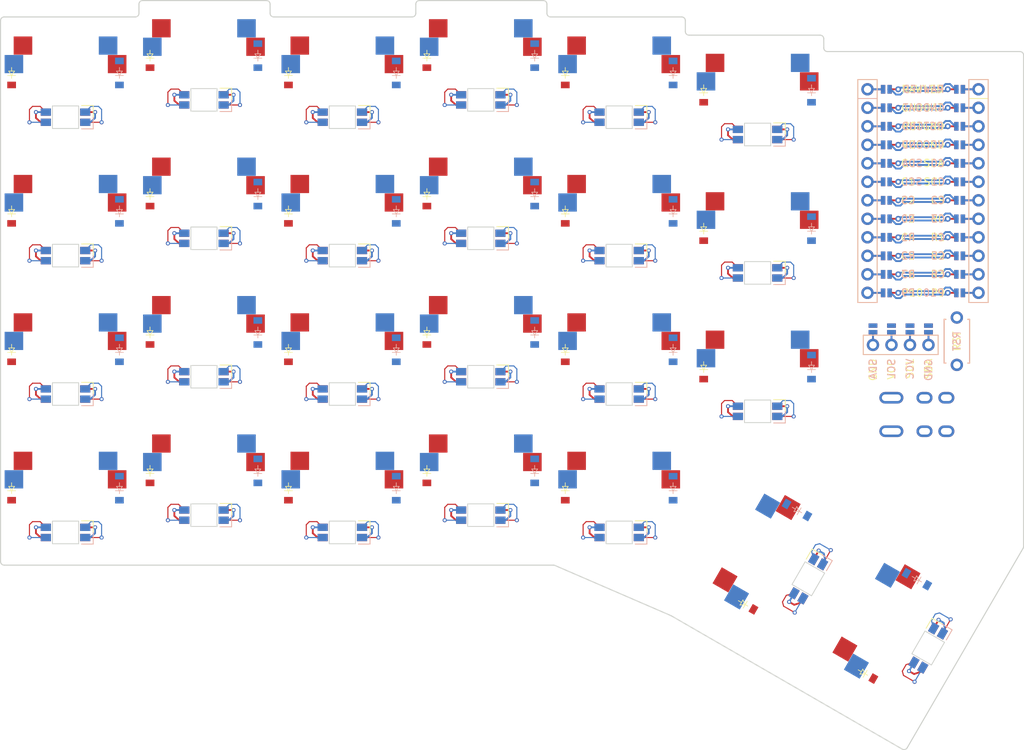
<source format=kicad_pcb>
(kicad_pcb (version 20240108) (generator "pcbnew") (generator_version "8.0")
  (title_block (title "eggada50") (date "2025-06-17") (rev "0.2") (company "ceoloide"))
  (layers (0 "F.Cu" signal) (31 "B.Cu" signal) (34 "B.Paste" user) (35 "F.Paste" user) (36 "B.SilkS" user "B.Silkscreen") (37 "F.SilkS" user "F.Silkscreen") (38 "B.Mask" user) (39 "F.Mask" user) (44 "Edge.Cuts" user))
  (net 0 "")
  (net 1 "C0")
  (net 2 "outer_mod_B")
  (net 3 "GND")
  (net 4 "outer_bottom_B")
  (net 5 "outer_home_B")
  (net 6 "outer_top_B")
  (net 7 "C1")
  (net 8 "pinky_mod_B")
  (net 9 "pinky_bottom_B")
  (net 10 "pinky_home_B")
  (net 11 "pinky_top_B")
  (net 12 "C2")
  (net 13 "ring_mod_B")
  (net 14 "ring_bottom_B")
  (net 15 "ring_home_B")
  (net 16 "ring_top_B")
  (net 17 "C3")
  (net 18 "middle_mod_B")
  (net 19 "middle_bottom_B")
  (net 20 "middle_home_B")
  (net 21 "middle_top_B")
  (net 22 "C4")
  (net 23 "index_mod_B")
  (net 24 "index_bottom_B")
  (net 25 "index_home_B")
  (net 26 "index_top_B")
  (net 27 "C5")
  (net 28 "inner_bottom_B")
  (net 29 "inner_home_B")
  (net 30 "inner_top_B")
  (net 31 "tucky_default_B")
  (net 32 "C6")
  (net 33 "reachy_default_B")
  (net 34 "R0")
  (net 35 "R1")
  (net 36 "R2")
  (net 37 "R3")
  (net 38 "outer_mod_F")
  (net 39 "outer_bottom_F")
  (net 40 "outer_home_F")
  (net 41 "outer_top_F")
  (net 42 "pinky_mod_F")
  (net 43 "pinky_bottom_F")
  (net 44 "pinky_home_F")
  (net 45 "pinky_top_F")
  (net 46 "ring_mod_F")
  (net 47 "ring_bottom_F")
  (net 48 "ring_home_F")
  (net 49 "ring_top_F")
  (net 50 "middle_mod_F")
  (net 51 "middle_bottom_F")
  (net 52 "middle_home_F")
  (net 53 "middle_top_F")
  (net 54 "index_mod_F")
  (net 55 "index_bottom_F")
  (net 56 "index_home_F")
  (net 57 "index_top_F")
  (net 58 "inner_bottom_F")
  (net 59 "inner_home_F")
  (net 60 "inner_top_F")
  (net 61 "tucky_default_F")
  (net 62 "reachy_default_F")
  (net 63 "RAW")
  (net 64 "RST")
  (net 65 "VCC")
  (net 66 "P10")
  (net 67 "LED")
  (net 68 "DAT")
  (net 69 "SDA")
  (net 70 "SCL")
  (net 71 "CS")
  (net 72 "P9")
  (net 73 "MCU1_24")
  (net 74 "MCU1_1")
  (net 75 "MCU1_23")
  (net 76 "MCU1_2")
  (net 77 "MCU1_22")
  (net 78 "MCU1_3")
  (net 79 "MCU1_21")
  (net 80 "MCU1_4")
  (net 81 "MCU1_20")
  (net 82 "MCU1_5")
  (net 83 "MCU1_19")
  (net 84 "MCU1_6")
  (net 85 "MCU1_18")
  (net 86 "MCU1_7")
  (net 87 "MCU1_17")
  (net 88 "MCU1_8")
  (net 89 "MCU1_16")
  (net 90 "MCU1_9")
  (net 91 "MCU1_15")
  (net 92 "MCU1_10")
  (net 93 "MCU1_14")
  (net 94 "MCU1_11")
  (net 95 "MCU1_13")
  (net 96 "MCU1_12")
  (net 97 "DISP1_1")
  (net 98 "DISP1_2")
  (net 99 "DISP1_3")
  (net 100 "DISP1_4")
  (footprint "ceoloide:switch_mx" (layer "F.Cu") (at 195 64.375)
    (property "Reference" "S47" (hide yes))
    (property "Value" "")
  )
  (footprint "ceoloide:diode_tht_sod123" (layer "F.Cu") (at 111.6 58.3 90)
    (property "Reference" "D32" (hide yes))
    (property "Value" "")
  )
  (footprint "ceoloide:switch_mx" (layer "F.Cu") (at 176 81)
    (property "Reference" "S43" (hide yes))
    (property "Value" "")
  )
  (footprint "ceoloide:diode_tht_sod123" (layer "F.Cu") (at 111.6 96.3 90)
    (property "Reference" "D30" (hide yes))
    (property "Value" "")
  )
  (footprint "ceoloide:switch_mx" (layer "F.Cu") (at 100 62)
    (property "Reference" "S28" (hide yes))
    (property "Value" "")
  )
  (footprint "ceoloide:switch_mx" (layer "F.Cu") (at 214.304483 118.24 60)
    (property "Reference" "S50" (hide yes))
    (property "Value" "")
  )
  (footprint "ceoloide:diode_tht_sod123" (layer "F.Cu") (at 168.6 98.675 90)
    (property "Reference" "D42" (hide yes))
    (property "Value" "")
  )
  (footprint "ceoloide:switch_mx" (layer "F.Cu") (at 100 43)
    (property "Reference" "S29" (hide yes))
    (property "Value" "")
  )
  (footprint "ceoloide:reset_switch_tht_top" (layer "F.Cu") (at 222.35 78.501 90)
    (property "Reference" "RST1" (hide yes))
    (property "Value" "")
  )
  (footprint "ceoloide:switch_mx" (layer "F.Cu") (at 195 83.375)
    (property "Reference" "S46" (hide yes))
    (property "Value" "")
  )
  (footprint "ceoloide:diode_tht_sod123" (layer "F.Cu") (at 111.6 39.3 90)
    (property "Reference" "D33" (hide yes))
    (property "Value" "")
  )
  (footprint "ceoloide:mounting_hole_npth" (layer "F.Cu") (at 147.5 69.125)
    (property "Reference" "MH6" (hide yes))
    (property "Value" "")
  )
  (footprint "ceoloide:diode_tht_sod123" (layer "F.Cu") (at 92.6 98.675 90)
    (property "Reference" "D26" (hide yes))
    (property "Value" "")
  )
  (footprint "ceoloide:diode_tht_sod123" (layer "F.Cu") (at 187.6 44.05 90)
    (property "Reference" "D48" (hide yes))
    (property "Value" "")
  )
  (footprint "ceoloide:mcu_nice_nano" (layer "F.Cu") (at 217.704 56.62)
    (property "Reference" "MCU1" (hide yes))
    (property "Value" "")
  )
  (footprint "ceoloide:diode_tht_sod123" (layer "F.Cu") (at 168.6 60.675 90)
    (property "Reference" "D44" (hide yes))
    (property "Value" "")
  )
  (footprint "ceoloide:mounting_hole_npth" (layer "F.Cu") (at 166.468 89.261)
    (property "Reference" "MH7" (hide yes))
    (property "Value" "")
  )
  (footprint "ceoloide:diode_tht_sod123" (layer "F.Cu") (at 168.6 41.675 90)
    (property "Reference" "D45" (hide yes))
    (property "Value" "")
  )
  (footprint "ceoloide:switch_mx" (layer "F.Cu") (at 138 62)
    (property "Reference" "S36" (hide yes))
    (property "Value" "")
  )
  (footprint "ceoloide:diode_tht_sod123" (layer "F.Cu") (at 149.6 58.3 90)
    (property "Reference" "D40" (hide yes))
    (property "Value" "")
  )
  (footprint "ceoloide:switch_mx" (layer "F.Cu") (at 138 43)
    (property "Reference" "S37" (hide yes))
    (property "Value" "")
  )
  (footprint "ceoloide:diode_tht_sod123" (layer "F.Cu") (at 168.6 79.675 90)
    (property "Reference" "D43" (hide yes))
    (property "Value" "")
  )
  (footprint "ceoloide:mounting_hole_npth" (layer "F.Cu") (at 185.468 53.736)
    (property "Reference" "MH5" (hide yes))
    (property "Value" "")
  )
  (footprint "ceoloide:switch_mx" (layer "F.Cu") (at 197.85 108.74 60)
    (property "Reference" "S49" (hide yes))
    (property "Value" "")
  )
  (footprint "ceoloide:mounting_hole_npth" (layer "F.Cu") (at 109.5 50.125)
    (property "Reference" "MH3" (hide yes))
    (property "Value" "")
  )
  (footprint "ceoloide:switch_mx" (layer "F.Cu") (at 157 97.625)
    (property "Reference" "S38" (hide yes))
    (property "Value" "")
  )
  (footprint "ceoloide:switch_mx" (layer "F.Cu") (at 176 43)
    (property "Reference" "S45" (hide yes))
    (property "Value" "")
  )
  (footprint "ceoloide:diode_tht_sod123" (layer "F.Cu") (at 193.002516 114.486088 150)
    (property "Reference" "D49" (hide yes))
    (property "Value" "")
  )
  (footprint "ceoloide:diode_tht_sod123" (layer "F.Cu") (at 149.6 96.3 90)
    (property "Reference" "D38" (hide yes))
    (property "Value" "")
  )
  (footprint "ceoloide:mounting_hole_npth" (layer "F.Cu") (at 228.694 101.245)
    (property "Reference" "MH2" (hide yes))
    (property "Value" "")
  )
  (footprint "ceoloide:switch_mx" (layer "F.Cu") (at 176 62)
    (property "Reference" "S44" (hide yes))
    (property "Value" "")
  )
  (footprint "ceoloide:switch_mx" (layer "F.Cu") (at 119 59.625)
    (property "Reference" "S32" (hide yes))
    (property "Value" "")
  )
  (footprint "ceoloide:switch_mx" (layer "F.Cu") (at 157 40.625)
    (property "Reference" "S41" (hide yes))
    (property "Value" "")
  )
  (footprint "ceoloide:switch_mx" (layer "F.Cu") (at 119 78.625)
    (property "Reference" "S31" (hide yes))
    (property "Value" "")
  )
  (footprint "ceoloide:mounting_hole_npth" (layer "F.Cu") (at 210.827241 105.262759 60)
    (property "Reference" "MH8" (hide yes))
    (property "Value" "")
  )
  (footprint "ceoloide:mounting_hole_npth" (layer "F.Cu") (at 201.327241 121.717241 60)
    (property "Reference" "MH9" (hide yes))
    (property "Value" "")
  )
  (footprint "ceoloide:diode_tht_sod123" (layer "F.Cu") (at 149.6 39.3 90)
    (property "Reference" "D41" (hide yes))
    (property "Value" "")
  )
  (footprint "ceoloide:diode_tht_sod123" (layer "F.Cu") (at 130.6 79.675 90)
    (property "Reference" "D35" (hide yes))
    (property "Value" "")
  )
  (footprint "ceoloide:diode_tht_sod123" (layer "F.Cu") (at 149.6 77.3 90)
    (property "Reference" "D39" (hide yes))
    (property "Value" "")
  )
  (footprint "ceoloide:diode_tht_sod123" (layer "F.Cu") (at 187.6 82.05 90)
    (property "Reference" "D46" (hide yes))
    (property "Value" "")
  )
  (footprint "ceoloide:trrs_pj320a (reversible, symmetric)" (layer "F.Cu") (at 224.11 88.56 -90)
    (property "Reference" "TRRS1" (hide yes))
    (property "Value" "")
  )
  (footprint "ceoloide:diode_tht_sod123" (layer "F.Cu") (at 92.6 60.675 90)
    (property "Reference" "D28" (hide yes))
    (property "Value" "")
  )
  (footprint "ceoloide:diode_tht_sod123" (layer "F.Cu") (at 130.6 60.675 90)
    (property "Reference" "D36" (hide yes))
    (property "Value" "")
  )
  (footprint "ceoloide:diode_tht_sod123" (layer "F.Cu") (at 209.456999 123.986088 150)
    (property "Reference" "D50" (hide yes))
    (property "Value" "")
  )
  (footprint "ceoloide:switch_mx" (layer "F.Cu") (at 176 100)
    (property "Reference" "S42" (hide yes))
    (property "Value" "")
  )
  (footprint "ceoloide:switch_mx" (layer "F.Cu") (at 195 45.375)
    (property "Reference" "S48" (hide yes))
    (property "Value" "")
  )
  (footprint "ceoloide:mounting_hole_npth" (layer "F.Cu") (at 109.5 88.125)
    (property "Reference" "MH4" (hide yes))
    (property "Value" "")
  )
  (footprint "ceoloide:switch_mx" (layer "F.Cu") (at 138 100)
    (property "Reference" "S34" (hide yes))
    (property "Value" "")
  )
  (footprint "ceoloide:switch_mx" (layer "F.Cu") (at 157 59.625)
    (property "Reference" "S40" (hide yes))
    (property "Value" "")
  )
  (footprint "ceoloide:diode_tht_sod123" (layer "F.Cu") (at 130.6 98.675 90)
    (property "Reference" "D34" (hide yes))
    (property "Value" "")
  )
  (footprint "ceoloide:switch_mx" (layer "F.Cu") (at 138 81)
    (property "Reference" "S35" (hide yes))
    (property "Value" "")
  )
  (footprint "ceoloide:display_ssd1306" (layer "F.Cu") (at 214.647 62.308)
    (property "Reference" "DISP1" (hide yes))
    (property "Value" "")
  )
  (footprint "ceoloide:switch_mx" (layer "F.Cu") (at 100 100)
    (property "Reference" "S26" (hide yes))
    (property "Value" "")
  )
  (footprint "ceoloide:switch_mx" (layer "F.Cu") (at 157 78.625)
    (property "Reference" "S39" (hide yes))
    (property "Value" "")
  )
  (footprint "ceoloide:mounting_hole_npth" (layer "F.Cu") (at 207.762 89.226)
    (property "Reference" "MH1" (hide yes))
    (property "Value" "")
  )
  (footprint "ceoloide:diode_tht_sod123" (layer "F.Cu") (at 92.6 41.675 90)
    (property "Reference" "D29" (hide yes))
    (property "Value" "")
  )
  (footprint "ceoloide:switch_mx" (layer "F.Cu") (at 119 40.625)
    (property "Reference" "S33" (hide yes))
    (property "Value" "")
  )
  (footprint "ceoloide:diode_tht_sod123" (layer "F.Cu") (at 130.6 41.675 90)
    (property "Reference" "D37" (hide yes))
    (property "Value" "")
  )
  (footprint "ceoloide:switch_mx" (layer "F.Cu") (at 119 97.625)
    (property "Reference" "S30" (hide yes))
    (property "Value" "")
  )
  (footprint "ceoloide:diode_tht_sod123" (layer "F.Cu") (at 111.6 77.3 90)
    (property "Reference" "D31" (hide yes))
    (property "Value" "")
  )
  (footprint "ceoloide:switch_mx" (layer "F.Cu") (at 100 81)
    (property "Reference" "S27" (hide yes))
    (property "Value" "")
  )
  (footprint "ceoloide:diode_tht_sod123" (layer "F.Cu") (at 92.6 79.675 90)
    (property "Reference" "D27" (hide yes))
    (property "Value" "")
  )
  (footprint "ceoloide:diode_tht_sod123" (layer "F.Cu") (at 187.6 63.05 90)
    (property "Reference" "D47" (hide yes))
    (property "Value" "")
  )
  (footprint "ceoloide:led_SK6812mini-e (per-key, reversible)" (layer "B.Cu") (at 138 104.75 180)
    (property "Reference" "LED9" (hide yes))
    (property "Value" "")
    (fp_rect (start -1.8 -1.55) (end 1.8 1.55) (stroke (width 0.12)) (fill none) (layer "Edge.Cuts"))
  )
  (footprint "ceoloide:switch_mx" (layer "B.Cu") (at 214.304483 118.24 60)
    (property "Reference" "S25" (hide yes))
    (property "Value" "")
  )
  (footprint "ceoloide:diode_tht_sod123" (layer "B.Cu") (at 183.4 98.675 90)
    (property "Reference" "D17" (hide yes))
    (property "Value" "")
  )
  (footprint "ceoloide:switch_mx" (layer "B.Cu") (at 157 78.625)
    (property "Reference" "S14" (hide yes))
    (property "Value" "")
  )
  (footprint "ceoloide:led_SK6812mini-e (per-key, reversible)" (layer "B.Cu") (at 100 47.75 180)
    (property "Reference" "LED4" (hide yes))
    (property "Value" "")
    (fp_rect (start -1.8 -1.55) (end 1.8 1.55) (stroke (width 0.12)) (fill none) (layer "Edge.Cuts"))
  )
  (footprint "ceoloide:diode_tht_sod123" (layer "B.Cu") (at 145.4 98.675 90)
    (property "Reference" "D9" (hide yes))
    (property "Value" "")
  )
  (footprint "ceoloide:diode_tht_sod123" (layer "B.Cu") (at 202.4 82.05 90)
    (property "Reference" "D21" (hide yes))
    (property "Value" "")
  )
  (footprint "ceoloide:switch_mx" (layer "B.Cu") (at 157 59.625)
    (property "Reference" "S15" (hide yes))
    (property "Value" "")
  )
  (footprint "ceoloide:led_SK6812mini-e (per-key, reversible)" (layer "B.Cu") (at 100 66.75 180)
    (property "Reference" "LED3" (hide yes))
    (property "Value" "")
    (fp_rect (start -1.8 -1.55) (end 1.8 1.55) (stroke (width 0.12)) (fill none) (layer "Edge.Cuts"))
  )
  (footprint "ceoloide:diode_tht_sod123" (layer "B.Cu") (at 107.4 79.675 90)
    (property "Reference" "D2" (hide yes))
    (property "Value" "")
  )
  (footprint "ceoloide:led_SK6812mini-e (per-key, reversible)" (layer "B.Cu") (at 100 85.75 180)
    (property "Reference" "LED2" (hide yes))
    (property "Value" "")
    (fp_rect (start -1.8 -1.55) (end 1.8 1.55) (stroke (width 0.12)) (fill none) (layer "Edge.Cuts"))
  )
  (footprint "ceoloide:switch_mx" (layer "B.Cu") (at 100 100)
    (property "Reference" "S1" (hide yes))
    (property "Value" "")
  )
  (footprint "ceoloide:led_SK6812mini-e (per-key, reversible)" (layer "B.Cu") (at 176 85.75 180)
    (property "Reference" "LED18" (hide yes))
    (property "Value" "")
    (fp_rect (start -1.8 -1.55) (end 1.8 1.55) (stroke (width 0.12)) (fill none) (layer "Edge.Cuts"))
  )
  (footprint "ceoloide:diode_tht_sod123" (layer "B.Cu") (at 216.856999 111.168912 150)
    (property "Reference" "D25" (hide yes))
    (property "Value" "")
  )
  (footprint "ceoloide:led_SK6812mini-e (per-key, reversible)" (layer "B.Cu") (at 201.963621 111.115 -120)
    (property "Reference" "LED24" (hide yes))
    (property "Value" "")
    (fp_poly (pts (xy -1.8 -1.55) (xy 1.8 -1.55) (xy 1.8 1.55) (xy -1.8 1.55)) (stroke (width 0.12)) (fill none) (layer "Edge.Cuts"))
  )
  (footprint "ceoloide:led_SK6812mini-e (per-key, reversible)" (layer "B.Cu") (at 119 64.375 180)
    (property "Reference" "LED7" (hide yes))
    (property "Value" "")
    (fp_rect (start -1.8 -1.55) (end 1.8 1.55) (stroke (width 0.12)) (fill none) (layer "Edge.Cuts"))
  )
  (footprint "ceoloide:switch_mx" (layer "B.Cu") (at 176 62)
    (property "Reference" "S19" (hide yes))
    (property "Value" "")
  )
  (footprint "ceoloide:led_SK6812mini-e (per-key, reversible)" (layer "B.Cu") (at 195 50.125 180)
    (property "Reference" "LED23" (hide yes))
    (property "Value" "")
    (fp_rect (start -1.8 -1.55) (end 1.8 1.55) (stroke (width 0.12)) (fill none) (layer "Edge.Cuts"))
  )
  (footprint "ceoloide:diode_tht_sod123" (layer "B.Cu") (at 126.4 39.3 90)
    (property "Reference" "D8" (hide yes))
    (property "Value" "")
  )
  (footprint "ceoloide:switch_mx" (layer "B.Cu") (at 119 40.625)
    (property "Reference" "S8" (hide yes))
    (property "Value" "")
  )
  (footprint "ceoloide:led_SK6812mini-e (per-key, reversible)" (layer "B.Cu") (at 157 83.375 180)
    (property "Reference" "LED14" (hide yes))
    (property "Value" "")
    (fp_rect (start -1.8 -1.55) (end 1.8 1.55) (stroke (width 0.12)) (fill none) (layer "Edge.Cuts"))
  )
  (footprint "ceoloide:led_SK6812mini-e (per-key, reversible)" (layer "B.Cu") (at 157 102.375 180)
    (property "Reference" "LED13" (hide yes))
    (property "Value" "")
    (fp_rect (start -1.8 -1.55) (end 1.8 1.55) (stroke (width 0.12)) (fill none) (layer "Edge.Cuts"))
  )
  (footprint "ceoloide:switch_mx" (layer "B.Cu") (at 176 43)
    (property "Reference" "S20" (hide yes))
    (property "Value" "")
  )
  (footprint "ceoloide:led_SK6812mini-e (per-key, reversible)" (layer "B.Cu") (at 119 45.375 180)
    (property "Reference" "LED8" (hide yes))
    (property "Value" "")
    (fp_rect (start -1.8 -1.55) (end 1.8 1.55) (stroke (width 0.12)) (fill none) (layer "Edge.Cuts"))
  )
  (footprint "ceoloide:diode_tht_sod123" (layer "B.Cu") (at 145.4 79.675 90)
    (property "Reference" "D10" (hide yes))
    (property "Value" "")
  )
  (footprint "ceoloide:led_SK6812mini-e (per-key, reversible)" (layer "B.Cu") (at 157 45.375 180)
    (property "Reference" "LED16" (hide yes))
    (property "Value" "")
    (fp_rect (start -1.8 -1.55) (end 1.8 1.55) (stroke (width 0.12)) (fill none) (layer "Edge.Cuts"))
  )
  (footprint "ceoloide:diode_tht_sod123" (layer "B.Cu") (at 164.4 39.3 90)
    (property "Reference" "D16" (hide yes))
    (property "Value" "")
  )
  (footprint "ceoloide:diode_tht_sod123" (layer "B.Cu") (at 183.4 41.675 90)
    (property "Reference" "D20" (hide yes))
    (property "Value" "")
  )
  (footprint "ceoloide:diode_tht_sod123" (layer "B.Cu") (at 145.4 41.675 90)
    (property "Reference" "D12" (hide yes))
    (property "Value" "")
  )
  (footprint "ceoloide:diode_tht_sod123" (layer "B.Cu") (at 107.4 98.675 90)
    (property "Reference" "D1" (hide yes))
    (property "Value" "")
  )
  (footprint "ceoloide:switch_mx" (layer "B.Cu") (at 176 100)
    (property "Reference" "S17" (hide yes))
    (property "Value" "")
  )
  (footprint "ceoloide:switch_mx" (layer "B.Cu") (at 138 62)
    (property "Reference" "S11" (hide yes))
    (property "Value" "")
  )
  (footprint "ceoloide:diode_tht_sod123" (layer "B.Cu") (at 126.4 58.3 90)
    (property "Reference" "D7" (hide yes))
    (property "Value" "")
  )
  (footprint "ceoloide:led_SK6812mini-e (per-key, reversible)" (layer "B.Cu") (at 195 88.125 180)
    (property "Reference" "LED21" (hide yes))
    (property "Value" "")
    (fp_rect (start -1.8 -1.55) (end 1.8 1.55) (stroke (width 0.12)) (fill none) (layer "Edge.Cuts"))
  )
  (footprint "ceoloide:switch_mx" (layer "B.Cu") (at 119 59.625)
    (property "Reference" "S7" (hide yes))
    (property "Value" "")
  )
  (footprint "ceoloide:led_SK6812mini-e (per-key, reversible)" (layer "B.Cu") (at 195 69.125 180)
    (property "Reference" "LED22" (hide yes))
    (property "Value" "")
    (fp_rect (start -1.8 -1.55) (end 1.8 1.55) (stroke (width 0.12)) (fill none) (layer "Edge.Cuts"))
  )
  (footprint "ceoloide:switch_mx" (layer "B.Cu") (at 197.85 108.74 60)
    (property "Reference" "S24" (hide yes))
    (property "Value" "")
  )
  (footprint "ceoloide:diode_tht_sod123" (layer "B.Cu") (at 164.4 58.3 90)
    (property "Reference" "D15" (hide yes))
    (property "Value" "")
  )
  (footprint "ceoloide:switch_mx" (layer "B.Cu") (at 100 43)
    (property "Reference" "S4" (hide yes))
    (property "Value" "")
  )
  (footprint "ceoloide:diode_tht_sod123" (layer "B.Cu") (at 200.402516 101.668912 150)
    (property "Reference" "D24" (hide yes))
    (property "Value" "")
  )
  (footprint "ceoloide:switch_mx" (layer "B.Cu") (at 138 100)
    (property "Reference" "S9" (hide yes))
    (property "Value" "")
  )
  (footprint "ceoloide:switch_mx" (layer "B.Cu") (at 138 81)
    (property "Reference" "S10" (hide yes))
    (property "Value" "")
  )
  (footprint "ceoloide:diode_tht_sod123" (layer "B.Cu") (at 164.4 77.3 90)
    (property "Reference" "D14" (hide yes))
    (property "Value" "")
  )
  (footprint "ceoloide:led_SK6812mini-e (per-key, reversible)" (layer "B.Cu") (at 119 83.375 180)
    (property "Reference" "LED6" (hide yes))
    (property "Value" "")
    (fp_rect (start -1.8 -1.55) (end 1.8 1.55) (stroke (width 0.12)) (fill none) (layer "Edge.Cuts"))
  )
  (footprint "ceoloide:switch_mx" (layer "B.Cu") (at 157 97.625)
    (property "Reference" "S13" (hide yes))
    (property "Value" "")
  )
  (footprint "ceoloide:diode_tht_sod123" (layer "B.Cu") (at 183.4 60.675 90)
    (property "Reference" "D19" (hide yes))
    (property "Value" "")
  )
  (footprint "ceoloide:led_SK6812mini-e (per-key, reversible)" (layer "B.Cu") (at 138 66.75 180)
    (property "Reference" "LED11" (hide yes))
    (property "Value" "")
    (fp_rect (start -1.8 -1.55) (end 1.8 1.55) (stroke (width 0.12)) (fill none) (layer "Edge.Cuts"))
  )
  (footprint "ceoloide:led_SK6812mini-e (per-key, reversible)" (layer "B.Cu") (at 119 102.375 180)
    (property "Reference" "LED5" (hide yes))
    (property "Value" "")
    (fp_rect (start -1.8 -1.55) (end 1.8 1.55) (stroke (width 0.12)) (fill none) (layer "Edge.Cuts"))
  )
  (footprint "ceoloide:switch_mx" (layer "B.Cu") (at 176 81)
    (property "Reference" "S18" (hide yes))
    (property "Value" "")
  )
  (footprint "ceoloide:switch_mx" (layer "B.Cu") (at 100 81)
    (property "Reference" "S2" (hide yes))
    (property "Value" "")
  )
  (footprint "ceoloide:switch_mx" (layer "B.Cu") (at 157 40.625)
    (property "Reference" "S16" (hide yes))
    (property "Value" "")
  )
  (footprint "ceoloide:switch_mx" (layer "B.Cu") (at 195 64.375)
    (property "Reference" "S22" (hide yes))
    (property "Value" "")
  )
  (footprint "ceoloide:led_SK6812mini-e (per-key, reversible)" (layer "B.Cu") (at 138 47.75 180)
    (property "Reference" "LED12" (hide yes))
    (property "Value" "")
    (fp_rect (start -1.8 -1.55) (end 1.8 1.55) (stroke (width 0.12)) (fill none) (layer "Edge.Cuts"))
  )
  (footprint "ceoloide:diode_tht_sod123" (layer "B.Cu") (at 107.4 41.675 90)
    (property "Reference" "D4" (hide yes))
    (property "Value" "")
  )
  (footprint "ceoloide:diode_tht_sod123" (layer "B.Cu") (at 145.4 60.675 90)
    (property "Reference" "D11" (hide yes))
    (property "Value" "")
  )
  (footprint "ceoloide:switch_mx" (layer "B.Cu") (at 195 45.375)
    (property "Reference" "S23" (hide yes))
    (property "Value" "")
  )
  (footprint "ceoloide:switch_mx" (layer "B.Cu") (at 138 43)
    (property "Reference" "S12" (hide yes))
    (property "Value" "")
  )
  (footprint "ceoloide:led_SK6812mini-e (per-key, reversible)" (layer "B.Cu") (at 176 66.75 180)
    (property "Reference" "LED19" (hide yes))
    (property "Value" "")
    (fp_rect (start -1.8 -1.55) (end 1.8 1.55) (stroke (width 0.12)) (fill none) (layer "Edge.Cuts"))
  )
  (footprint "ceoloide:switch_mx" (layer "B.Cu") (at 119 97.625)
    (property "Reference" "S5" (hide yes))
    (property "Value" "")
  )
  (footprint "ceoloide:switch_mx" (layer "B.Cu") (at 100 62)
    (property "Reference" "S3" (hide yes))
    (property "Value" "")
  )
  (footprint "ceoloide:diode_tht_sod123" (layer "B.Cu") (at 107.4 60.675 90)
    (property "Reference" "D3" (hide yes))
    (property "Value" "")
  )
  (footprint "ceoloide:diode_tht_sod123" (layer "B.Cu") (at 202.4 63.05 90)
    (property "Reference" "D22" (hide yes))
    (property "Value" "")
  )
  (footprint "ceoloide:led_SK6812mini-e (per-key, reversible)" (layer "B.Cu") (at 176 104.75 180)
    (property "Reference" "LED17" (hide yes))
    (property "Value" "")
    (fp_rect (start -1.8 -1.55) (end 1.8 1.55) (stroke (width 0.12)) (fill none) (layer "Edge.Cuts"))
  )
  (footprint "ceoloide:led_SK6812mini-e (per-key, reversible)" (layer "B.Cu") (at 176 47.75 180)
    (property "Reference" "LED20" (hide yes))
    (property "Value" "")
    (fp_rect (start -1.8 -1.55) (end 1.8 1.55) (stroke (width 0.12)) (fill none) (layer "Edge.Cuts"))
  )
  (footprint "ceoloide:led_SK6812mini-e (per-key, reversible)" (layer "B.Cu") (at 218.418103 120.615 -120)
    (property "Reference" "LED25" (hide yes))
    (property "Value" "")
    (fp_poly (pts (xy -1.8 -1.55) (xy 1.8 -1.55) (xy 1.8 1.55) (xy -1.8 1.55)) (stroke (width 0.12)) (fill none) (layer "Edge.Cuts"))
  )
  (footprint "ceoloide:diode_tht_sod123" (layer "B.Cu") (at 126.4 96.3 90)
    (property "Reference" "D5" (hide yes))
    (property "Value" "")
  )
  (footprint "ceoloide:led_SK6812mini-e (per-key, reversible)" (layer "B.Cu") (at 138 85.75 180)
    (property "Reference" "LED10" (hide yes))
    (property "Value" "")
    (fp_rect (start -1.8 -1.55) (end 1.8 1.55) (stroke (width 0.12)) (fill none) (layer "Edge.Cuts"))
  )
  (footprint "ceoloide:diode_tht_sod123" (layer "B.Cu") (at 202.4 44.05 90)
    (property "Reference" "D23" (hide yes))
    (property "Value" "")
  )
  (footprint "ceoloide:diode_tht_sod123" (layer "B.Cu") (at 183.4 79.675 90)
    (property "Reference" "D18" (hide yes))
    (property "Value" "")
  )
  (footprint "ceoloide:switch_mx" (layer "B.Cu") (at 119 78.625)
    (property "Reference" "S6" (hide yes))
    (property "Value" "")
  )
  (footprint "ceoloide:diode_tht_sod123" (layer "B.Cu") (at 126.4 77.3 90)
    (property "Reference" "D6" (hide yes))
    (property "Value" "")
  )
  (footprint "ceoloide:switch_mx" (layer "B.Cu") (at 195 83.375)
    (property "Reference" "S21" (hide yes))
    (property "Value" "")
  )
  (footprint "ceoloide:diode_tht_sod123" (layer "B.Cu") (at 164.4 96.3 90)
    (property "Reference" "D13" (hide yes))
    (property "Value" "")
  )
  (footprint "ceoloide:led_SK6812mini-e (per-key, reversible)" (layer "B.Cu") (at 100 104.75 180)
    (property "Reference" "LED1" (hide yes))
    (property "Value" "")
    (fp_rect (start -1.8 -1.55) (end 1.8 1.55) (stroke (width 0.12)) (fill none) (layer "Edge.Cuts"))
  )
  (footprint "ceoloide:led_SK6812mini-e (per-key, reversible)" (layer "B.Cu") (at 157 64.375 180)
    (property "Reference" "LED15" (hide yes))
    (property "Value" "")
    (fp_rect (start -1.8 -1.55) (end 1.8 1.55) (stroke (width 0.12)) (fill none) (layer "Edge.Cuts"))
  )
  (gr_line (start 91.581987 109.24) (end 166.978501 109.24) (stroke (width 0.15)) (layer "Edge.Cuts"))
  (gr_line (start 110.08 33.49) (end 110.08 32.238) (stroke (width 0.15)) (layer "Edge.Cuts"))
  (gr_line (start 204.082222 36.987778) (end 204.082778 38.240222) (stroke (width 0.15)) (layer "Edge.Cuts"))
  (gr_line (start 110.58 31.738) (end 127.582 31.738) (stroke (width 0.15)) (layer "Edge.Cuts"))
  (gr_arc (start 110.08 33.49) (mid 109.933553 33.843553) (end 109.58 33.99) (stroke (width 0.15)) (layer "Edge.Cuts"))
  (gr_line (start 166.582 33.99) (end 184.582 33.99) (stroke (width 0.15)) (layer "Edge.Cuts"))
  (gr_arc (start 183.113914 116.174286) (mid 183.140041 116.186494) (end 183.165421 116.200186) (stroke (width 0.15)) (layer "Edge.Cuts"))
  (gr_line (start 91.081987 108.740013) (end 91.080013 34.490013) (stroke (width 0.15)) (layer "Edge.Cuts"))
  (gr_line (start 148.58 31.738) (end 165.582 31.738) (stroke (width 0.15)) (layer "Edge.Cuts"))
  (gr_arc (start 166.582 33.99) (mid 166.228447 33.843553) (end 166.082 33.49) (stroke (width 0.15)) (layer "Edge.Cuts"))
  (gr_line (start 231.198 107.346596) (end 215.531712 134.311099) (stroke (width 0.15)) (layer "Edge.Cuts"))
  (gr_arc (start 110.08 32.238) (mid 110.226447 31.884447) (end 110.58 31.738) (stroke (width 0.15)) (layer "Edge.Cuts"))
  (gr_line (start 185.582 36.488) (end 203.582222 36.488) (stroke (width 0.15)) (layer "Edge.Cuts"))
  (gr_arc (start 91.080013 34.490013) (mid 91.226456 34.136456) (end 91.580013 33.99) (stroke (width 0.15)) (layer "Edge.Cuts"))
  (gr_line (start 231.446013 106.917025) (end 231.198 107.346596) (stroke (width 0.15)) (layer "Edge.Cuts"))
  (gr_arc (start 91.581987 109.24) (mid 91.228447 109.093553) (end 91.081987 108.740013) (stroke (width 0.15)) (layer "Edge.Cuts"))
  (gr_line (start 183.165421 116.200186) (end 214.849384 134.49293) (stroke (width 0.15)) (layer "Edge.Cuts"))
  (gr_line (start 91.580013 33.99) (end 109.58 33.99) (stroke (width 0.15)) (layer "Edge.Cuts"))
  (gr_line (start 128.582 33.99) (end 147.58 33.99) (stroke (width 0.15)) (layer "Edge.Cuts"))
  (gr_line (start 148.08 33.49) (end 148.08 32.238) (stroke (width 0.15)) (layer "Edge.Cuts"))
  (gr_arc (start 165.582 31.738) (mid 165.935553 31.884447) (end 166.082 32.238) (stroke (width 0.15)) (layer "Edge.Cuts"))
  (gr_arc (start 203.582222 36.488) (mid 203.935683 36.634376) (end 204.082222 36.987778) (stroke (width 0.15)) (layer "Edge.Cuts"))
  (gr_line (start 183.113914 116.174286) (end 167.176994 109.281088) (stroke (width 0.15)) (layer "Edge.Cuts"))
  (gr_line (start 128.082 32.238) (end 128.082 33.49) (stroke (width 0.15)) (layer "Edge.Cuts"))
  (gr_line (start 204.582778 38.74) (end 231.013 38.74) (stroke (width 0.15)) (layer "Edge.Cuts"))
  (gr_arc (start 185.582 36.488) (mid 185.228447 36.341553) (end 185.082 35.988) (stroke (width 0.15)) (layer "Edge.Cuts"))
  (gr_line (start 231.513 39.24) (end 231.513 106.667025) (stroke (width 0.15)) (layer "Edge.Cuts"))
  (gr_arc (start 148.08 33.49) (mid 147.933553 33.843553) (end 147.58 33.99) (stroke (width 0.15)) (layer "Edge.Cuts"))
  (gr_arc (start 184.582 33.99) (mid 184.935553 34.136447) (end 185.082 34.49) (stroke (width 0.15)) (layer "Edge.Cuts"))
  (gr_arc (start 128.582 33.99) (mid 128.228447 33.843553) (end 128.082 33.49) (stroke (width 0.15)) (layer "Edge.Cuts"))
  (gr_arc (start 231.013 38.74) (mid 231.366553 38.886447) (end 231.513 39.24) (stroke (width 0.15)) (layer "Edge.Cuts"))
  (gr_arc (start 204.582778 38.74) (mid 204.229317 38.593624) (end 204.082778 38.240222) (stroke (width 0.15)) (layer "Edge.Cuts"))
  (gr_arc (start 127.582 31.738) (mid 127.935553 31.884447) (end 128.082 32.238) (stroke (width 0.15)) (layer "Edge.Cuts"))
  (gr_line (start 166.082 32.238) (end 166.082 33.49) (stroke (width 0.15)) (layer "Edge.Cuts"))
  (gr_arc (start 148.08 32.238) (mid 148.226447 31.884447) (end 148.58 31.738) (stroke (width 0.15)) (layer "Edge.Cuts"))
  (gr_arc (start 231.513 106.667025) (mid 231.495957 106.796432) (end 231.446013 106.917025) (stroke (width 0.15)) (layer "Edge.Cuts"))
  (gr_line (start 185.082 34.49) (end 185.082 35.988) (stroke (width 0.15)) (layer "Edge.Cuts"))
  (gr_arc (start 215.531712 134.311099) (mid 215.228135 134.543038) (end 214.849384 134.49293) (stroke (width 0.15)) (layer "Edge.Cuts"))
  (gr_arc (start 166.978501 109.24) (mid 167.079851 109.25038) (end 167.176994 109.281088) (stroke (width 0.15)) (layer "Edge.Cuts"))
  (segment (start 190.05 49.065) (end 190.05 50.825) (width 0.15) (layer "F.Cu") (net 0))
  (segment (start 97.3 85.05) (end 96.519 84.265) (width 0.15) (layer "F.Cu") (net 0))
  (segment (start 190.471 67.64) (end 190.05 68.065) (width 0.15) (layer "F.Cu") (net 0))
  (segment (start 95.05 65.69) (end 95.05 67.45) (width 0.15) (layer "F.Cu") (net 0))
  (segment (start 133.471 46.265) (end 133.05 46.69) (width 0.15) (layer "F.Cu") (net 0))
  (segment (start 116.3 44.675) (end 115.519 43.89) (width 0.15) (layer "F.Cu") (net 0))
  (segment (start 104.95 105.45) (end 102.7 105.45) (width 0.15) (layer "F.Cu") (net 0))
  (segment (start 161.95 103.075) (end 159.7 103.075) (width 0.15) (layer "F.Cu") (net 0))
  (segment (start 123.95 46.075) (end 121.7 46.075) (width 0.15) (layer "F.Cu") (net 0))
  (segment (start 192.3 68.425) (end 191.519 67.64) (width 0.15) (layer "F.Cu") (net 0))
  (segment (start 133.471 65.265) (end 133.05 65.69) (width 0.15) (layer "F.Cu") (net 0))
  (segment (start 152.05 63.315) (end 152.05 65.075) (width 0.15) (layer "F.Cu") (net 0))
  (segment (start 114.471 62.89) (end 114.05 63.315) (width 0.15) (layer "F.Cu") (net 0))
  (segment (start 192.3 87.425) (end 191.519 86.64) (width 0.15) (layer "F.Cu") (net 0))
  (segment (start 104.95 86.45) (end 102.7 86.45) (width 0.15) (layer "F.Cu") (net 0))
  (segment (start 171.05 103.69) (end 171.05 105.45) (width 0.15) (layer "F.Cu") (net 0))
  (segment (start 205.044839 107.178174) (end 203.919839 109.126731) (width 0.15) (layer "F.Cu") (net 0))
  (segment (start 190.05 87.065) (end 190.05 88.825) (width 0.15) (layer "F.Cu") (net 0))
  (segment (start 180.95 105.45) (end 178.7 105.45) (width 0.15) (layer "F.Cu") (net 0))
  (segment (start 153.519 43.89) (end 152.471 43.89) (width 0.15) (layer "F.Cu") (net 0))
  (segment (start 135.3 85.05) (end 134.519 84.265) (width 0.15) (layer "F.Cu") (net 0))
  (segment (start 154.3 101.675) (end 153.519 100.89) (width 0.15) (layer "F.Cu") (net 0))
  (segment (start 215.025117 124.371826) (end 216.549321 125.251826) (width 0.15) (layer "F.Cu") (net 0))
  (segment (start 114.471 43.89) (end 114.05 44.315) (width 0.15) (layer "F.Cu") (net 0))
  (segment (start 190.471 86.64) (end 190.05 87.065) (width 0.15) (layer "F.Cu") (net 0))
  (segment (start 97.3 104.05) (end 96.519 103.265) (width 0.15) (layer "F.Cu") (net 0))
  (segment (start 153.519 81.89) (end 152.471 81.89) (width 0.15) (layer "F.Cu") (net 0))
  (segment (start 171.05 46.69) (end 171.05 48.45) (width 0.15) (layer "F.Cu") (net 0))
  (segment (start 95.05 84.69) (end 95.05 86.45) (width 0.15) (layer "F.Cu") (net 0))
  (segment (start 172.519 46.265) (end 171.471 46.265) (width 0.15) (layer "F.Cu") (net 0))
  (segment (start 115.519 100.89) (end 114.471 100.89) (width 0.15) (layer "F.Cu") (net 0))
  (segment (start 152.471 100.89) (end 152.05 101.315) (width 0.15) (layer "F.Cu") (net 0))
  (segment (start 152.05 82.315) (end 152.05 84.075) (width 0.15) (layer "F.Cu") (net 0))
  (segment (start 96.519 65.265) (end 95.471 65.265) (width 0.15) (layer "F.Cu") (net 0))
  (segment (start 104.95 48.45) (end 102.7 48.45) (width 0.15) (layer "F.Cu") (net 0))
  (segment (start 133.05 84.69) (end 133.05 86.45) (width 0.15) (layer "F.Cu") (net 0))
  (segment (start 133.05 65.69) (end 133.05 67.45) (width 0.15) (layer "F.Cu") (net 0))
  (segment (start 115.519 43.89) (end 114.471 43.89) (width 0.15) (layer "F.Cu") (net 0))
  (segment (start 97.3 47.05) (end 96.519 46.265) (width 0.15) (layer "F.Cu") (net 0))
  (segment (start 152.05 44.315) (end 152.05 46.075) (width 0.15) (layer "F.Cu") (net 0))
  (segment (start 198.570634 114.871826) (end 200.094839 115.751826) (width 0.15) (layer "F.Cu") (net 0))
  (segment (start 95.05 103.69) (end 95.05 105.45) (width 0.15) (layer "F.Cu") (net 0))
  (segment (start 200.007403 113.103269) (end 198.937073 113.387134) (width 0.15) (layer "F.Cu") (net 0))
  (segment (start 216.461886 122.603269) (end 215.391556 122.887134) (width 0.15) (layer "F.Cu") (net 0))
  (segment (start 171.471 46.265) (end 171.05 46.69) (width 0.15) (layer "F.Cu") (net 0))
  (segment (start 152.471 43.89) (end 152.05 44.315) (width 0.15) (layer "F.Cu") (net 0))
  (segment (start 95.05 46.69) (end 95.05 48.45) (width 0.15) (layer "F.Cu") (net 0))
  (segment (start 142.95 105.45) (end 140.7 105.45) (width 0.15) (layer "F.Cu") (net 0))
  (segment (start 152.471 81.89) (end 152.05 82.315) (width 0.15) (layer "F.Cu") (net 0))
  (segment (start 116.3 101.675) (end 115.519 100.89) (width 0.15) (layer "F.Cu") (net 0))
  (segment (start 198.413073 114.294729) (end 198.570634 114.871826) (width 0.15) (layer "F.Cu") (net 0))
  (segment (start 199.95 88.825) (end 197.7 88.825) (width 0.15) (layer "F.Cu") (net 0))
  (segment (start 114.05 82.315) (end 114.05 84.075) (width 0.15) (layer "F.Cu") (net 0))
  (segment (start 114.471 81.89) (end 114.05 82.315) (width 0.15) (layer "F.Cu") (net 0))
  (segment (start 96.519 103.265) (end 95.471 103.265) (width 0.15) (layer "F.Cu") (net 0))
  (segment (start 154.3 44.675) (end 153.519 43.89) (width 0.15) (layer "F.Cu") (net 0))
  (segment (start 135.3 66.05) (end 134.519 65.265) (width 0.15) (layer "F.Cu") (net 0))
  (segment (start 161.95 84.075) (end 159.7 84.075) (width 0.15) (layer "F.Cu") (net 0))
  (segment (start 95.471 65.265) (end 95.05 65.69) (width 0.15) (layer "F.Cu") (net 0))
  (segment (start 96.519 46.265) (end 95.471 46.265) (width 0.15) (layer "F.Cu") (net 0))
  (segment (start 133.471 103.265) (end 133.05 103.69) (width 0.15) (layer "F.Cu") (net 0))
  (segment (start 172.519 103.265) (end 171.471 103.265) (width 0.15) (layer "F.Cu") (net 0))
  (segment (start 142.95 48.45) (end 140.7 48.45) (width 0.15) (layer "F.Cu") (net 0))
  (segment (start 96.519 84.265) (end 95.471 84.265) (width 0.15) (layer "F.Cu") (net 0))
  (segment (start 133.05 46.69) (end 133.05 48.45) (width 0.15) (layer "F.Cu") (net 0))
  (segment (start 153.519 100.89) (end 152.471 100.89) (width 0.15) (layer "F.Cu") (net 0))
  (segment (start 171.471 103.265) (end 171.05 103.69) (width 0.15) (layer "F.Cu") (net 0))
  (segment (start 123.95 84.075) (end 121.7 84.075) (width 0.15) (layer "F.Cu") (net 0))
  (segment (start 198.937073 113.387134) (end 198.413073 114.294729) (width 0.15) (layer "F.Cu") (net 0))
  (segment (start 104.95 67.45) (end 102.7 67.45) (width 0.15) (layer "F.Cu") (net 0))
  (segment (start 191.519 86.64) (end 190.471 86.64) (width 0.15) (layer "F.Cu") (net 0))
  (segment (start 171.05 65.69) (end 171.05 67.45) (width 0.15) (layer "F.Cu") (net 0))
  (segment (start 135.3 47.05) (end 134.519 46.265) (width 0.15) (layer "F.Cu") (net 0))
  (segment (start 172.519 84.265) (end 171.471 84.265) (width 0.15) (layer "F.Cu") (net 0))
  (segment (start 114.471 100.89) (end 114.05 101.315) (width 0.15) (layer "F.Cu") (net 0))
  (segment (start 173.3 104.05) (end 172.519 103.265) (width 0.15) (layer "F.Cu") (net 0))
  (segment (start 142.95 86.45) (end 140.7 86.45) (width 0.15) (layer "F.Cu") (net 0))
  (segment (start 171.471 65.265) (end 171.05 65.69) (width 0.15) (layer "F.Cu") (net 0))
  (segment (start 180.95 48.45) (end 178.7 48.45) (width 0.15) (layer "F.Cu") (net 0))
  (segment (start 114.05 44.315) (end 114.05 46.075) (width 0.15) (layer "F.Cu") (net 0))
  (segment (start 97.3 66.05) (end 96.519 65.265) (width 0.15) (layer "F.Cu") (net 0))
  (segment (start 123.95 65.075) (end 121.7 65.075) (width 0.15) (layer "F.Cu") (net 0))
  (segment (start 116.3 82.675) (end 115.519 81.89) (width 0.15) (layer "F.Cu") (net 0))
  (segment (start 116.3 63.675) (end 115.519 62.89) (width 0.15) (layer "F.Cu") (net 0))
  (segment (start 171.471 84.265) (end 171.05 84.69) (width 0.15) (layer "F.Cu") (net 0))
  (segment (start 214.867556 123.794729) (end 215.025117 124.371826) (width 0.15) (layer "F.Cu") (net 0))
  (segment (start 199.95 69.825) (end 197.7 69.825) (width 0.15) (layer "F.Cu") (net 0))
  (segment (start 172.519 65.265) (end 171.471 65.265) (width 0.15) (layer "F.Cu") (net 0))
  (segment (start 115.519 62.89) (end 114.471 62.89) (width 0.15) (layer "F.Cu") (net 0))
  (segment (start 114.05 63.315) (end 114.05 65.075) (width 0.15) (layer "F.Cu") (net 0))
  (segment (start 152.05 101.315) (end 152.05 103.075) (width 0.15) (layer "F.Cu") (net 0))
  (segment (start 95.471 103.265) (end 95.05 103.69) (width 0.15) (layer "F.Cu") (net 0))
  (segment (start 192.3 49.425) (end 191.519 48.64) (width 0.15) (layer "F.Cu") (net 0))
  (segment (start 135.3 104.05) (end 134.519 103.265) (width 0.15) (layer "F.Cu") (net 0))
  (segment (start 134.519 46.265) (end 133.471 46.265) (width 0.15) (layer "F.Cu") (net 0))
  (segment (start 133.471 84.265) (end 133.05 84.69) (width 0.15) (layer "F.Cu") (net 0))
  (segment (start 152.471 62.89) (end 152.05 63.315) (width 0.15) (layer "F.Cu") (net 0))
  (segment (start 161.95 46.075) (end 159.7 46.075) (width 0.15) (layer "F.Cu") (net 0))
  (segment (start 114.05 101.315) (end 114.05 103.075) (width 0.15) (layer "F.Cu") (net 0))
  (segment (start 134.519 84.265) (end 133.471 84.265) (width 0.15) (layer "F.Cu") (net 0))
  (segment (start 161.95 65.075) (end 159.7 65.075) (width 0.15) (layer "F.Cu") (net 0))
  (segment (start 180.95 67.45) (end 178.7 67.45) (width 0.15) (layer "F.Cu") (net 0))
  (segment (start 123.95 103.075) (end 121.7 103.075) (width 0.15) (layer "F.Cu") (net 0))
  (segment (start 134.519 65.265) (end 133.471 65.265) (width 0.15) (layer "F.Cu") (net 0))
  (segment (start 133.05 103.69) (end 133.05 105.45) (width 0.15) (layer "F.Cu") (net 0))
  (segment (start 142.95 67.45) (end 140.7 67.45) (width 0.15) (layer "F.Cu") (net 0))
  (segment (start 180.95 86.45) (end 178.7 86.45) (width 0.15) (layer "F.Cu") (net 0))
  (segment (start 221.499321 116.678174) (end 220.374321 118.626731) (width 0.15) (layer "F.Cu") (net 0))
  (segment (start 95.471 84.265) (end 95.05 84.69) (width 0.15) (layer "F.Cu") (net 0))
  (segment (start 134.519 103.265) (end 133.471 103.265) (width 0.15) (layer "F.Cu") (net 0))
  (segment (start 173.3 47.05) (end 172.519 46.265) (width 0.15) (layer "F.Cu") (net 0))
  (segment (start 95.471 46.265) (end 95.05 46.69) (width 0.15) (layer "F.Cu") (net 0))
  (segment (start 190.05 68.065) (end 190.05 69.825) (width 0.15) (layer "F.Cu") (net 0))
  (segment (start 173.3 85.05) (end 172.519 84.265) (width 0.15) (layer "F.Cu") (net 0))
  (segment (start 215.391556 122.887134) (end 214.867556 123.794729) (width 0.15) (layer "F.Cu") (net 0))
  (segment (start 154.3 63.675) (end 153.519 62.89) (width 0.15) (layer "F.Cu") (net 0))
  (segment (start 191.519 48.64) (end 190.471 48.64) (width 0.15) (layer "F.Cu") (net 0))
  (segment (start 190.471 48.64) (end 190.05 49.065) (width 0.15) (layer "F.Cu") (net 0))
  (segment (start 191.519 67.64) (end 190.471 67.64) (width 0.15) (layer "F.Cu") (net 0))
  (segment (start 173.3 66.05) (end 172.519 65.265) (width 0.15) (layer "F.Cu") (net 0))
  (segment (start 154.3 82.675) (end 153.519 81.89) (width 0.15) (layer "F.Cu") (net 0))
  (segment (start 199.95 50.825) (end 197.7 50.825) (width 0.15) (layer "F.Cu") (net 0))
  (segment (start 115.519 81.89) (end 114.471 81.89) (width 0.15) (layer "F.Cu") (net 0))
  (segment (start 153.519 62.89) (end 152.471 62.89) (width 0.15) (layer "F.Cu") (net 0))
  (segment (start 171.05 84.69) (end 171.05 86.45) (width 0.15) (layer "F.Cu") (net 0))
  (via (at 152.05 65.075) (size 0.56) (drill 0.3) (layers "F.Cu" "B.Cu") (net 0))
  (via (at 123.95 46.075) (size 0.56) (drill 0.3) (layers "F.Cu" "B.Cu") (net 0))
  (via (at 171.05 105.45) (size 0.56) (drill 0.3) (layers "F.Cu" "B.Cu") (net 0))
  (via (at 180.95 67.45) (size 0.56) (drill 0.3) (layers "F.Cu" "B.Cu") (net 0))
  (via (at 104.95 86.45) (size 0.56) (drill 0.3) (layers "F.Cu" "B.Cu") (net 0))
  (via (at 190.05 50.825) (size 0.56) (drill 0.3) (layers "F.Cu" "B.Cu") (net 0))
  (via (at 216.549321 125.251826) (size 0.56) (drill 0.3) (layers "F.Cu" "B.Cu") (net 0))
  (via (at 161.95 65.075) (size 0.56) (drill 0.3) (layers "F.Cu" "B.Cu") (net 0))
  (via (at 123.95 84.075) (size 0.56) (drill 0.3) (layers "F.Cu" "B.Cu") (net 0))
  (via (at 123.95 103.075) (size 0.56) (drill 0.3) (layers "F.Cu" "B.Cu") (net 0))
  (via (at 190.05 69.825) (size 0.56) (drill 0.3) (layers "F.Cu" "B.Cu") (net 0))
  (via (at 133.05 105.45) (size 0.56) (drill 0.3) (layers "F.Cu" "B.Cu") (net 0))
  (via (at 95.05 86.45) (size 0.56) (drill 0.3) (layers "F.Cu" "B.Cu") (net 0))
  (via (at 200.094839 115.751826) (size 0.56) (drill 0.3) (layers "F.Cu" "B.Cu") (net 0))
  (via (at 142.95 67.45) (size 0.56) (drill 0.3) (layers "F.Cu" "B.Cu") (net 0))
  (via (at 171.05 67.45) (size 0.56) (drill 0.3) (layers "F.Cu" "B.Cu") (net 0))
  (via (at 114.05 46.075) (size 0.56) (drill 0.3) (layers "F.Cu" "B.Cu") (net 0))
  (via (at 133.05 48.45) (size 0.56) (drill 0.3) (layers "F.Cu" "B.Cu") (net 0))
  (via (at 171.05 86.45) (size 0.56) (drill 0.3) (layers "F.Cu" "B.Cu") (net 0))
  (via (at 114.05 65.075) (size 0.56) (drill 0.3) (layers "F.Cu" "B.Cu") (net 0))
  (via (at 104.95 105.45) (size 0.56) (drill 0.3) (layers "F.Cu" "B.Cu") (net 0))
  (via (at 180.95 86.45) (size 0.56) (drill 0.3) (layers "F.Cu" "B.Cu") (net 0))
  (via (at 180.95 105.45) (size 0.56) (drill 0.3) (layers "F.Cu" "B.Cu") (net 0))
  (via (at 133.05 86.45) (size 0.56) (drill 0.3) (layers "F.Cu" "B.Cu") (net 0))
  (via (at 95.05 105.45) (size 0.56) (drill 0.3) (layers "F.Cu" "B.Cu") (net 0))
  (via (at 123.95 65.075) (size 0.56) (drill 0.3) (layers "F.Cu" "B.Cu") (net 0))
  (via (at 133.05 67.45) (size 0.56) (drill 0.3) (layers "F.Cu" "B.Cu") (net 0))
  (via (at 171.05 48.45) (size 0.56) (drill 0.3) (layers "F.Cu" "B.Cu") (net 0))
  (via (at 142.95 86.45) (size 0.56) (drill 0.3) (layers "F.Cu" "B.Cu") (net 0))
  (via (at 161.95 103.075) (size 0.56) (drill 0.3) (layers "F.Cu" "B.Cu") (net 0))
  (via (at 199.95 88.825) (size 0.56) (drill 0.3) (layers "F.Cu" "B.Cu") (net 0))
  (via (at 190.05 88.825) (size 0.56) (drill 0.3) (layers "F.Cu" "B.Cu") (net 0))
  (via (at 152.05 103.075) (size 0.56) (drill 0.3) (layers "F.Cu" "B.Cu") (net 0))
  (via (at 142.95 105.45) (size 0.56) (drill 0.3) (layers "F.Cu" "B.Cu") (net 0))
  (via (at 221.499321 116.678174) (size 0.56) (drill 0.3) (layers "F.Cu" "B.Cu") (net 0))
  (via (at 104.95 48.45) (size 0.56) (drill 0.3) (layers "F.Cu" "B.Cu") (net 0))
  (via (at 199.95 50.825) (size 0.56) (drill 0.3) (layers "F.Cu" "B.Cu") (net 0))
  (via (at 152.05 84.075) (size 0.56) (drill 0.3) (layers "F.Cu" "B.Cu") (net 0))
  (via (at 95.05 67.45) (size 0.56) (drill 0.3) (layers "F.Cu" "B.Cu") (net 0))
  (via (at 161.95 46.075) (size 0.56) (drill 0.3) (layers "F.Cu" "B.Cu") (net 0))
  (via (at 142.95 48.45) (size 0.56) (drill 0.3) (layers "F.Cu" "B.Cu") (net 0))
  (via (at 199.95 69.825) (size 0.56) (drill 0.3) (layers "F.Cu" "B.Cu") (net 0))
  (via (at 104.95 67.45) (size 0.56) (drill 0.3) (layers "F.Cu" "B.Cu") (net 0))
  (via (at 161.95 84.075) (size 0.56) (drill 0.3) (layers "F.Cu" "B.Cu") (net 0))
  (via (at 95.05 48.45) (size 0.56) (drill 0.3) (layers "F.Cu" "B.Cu") (net 0))
  (via (at 114.05 84.075) (size 0.56) (drill 0.3) (layers "F.Cu" "B.Cu") (net 0))
  (via (at 180.95 48.45) (size 0.56) (drill 0.3) (layers "F.Cu" "B.Cu") (net 0))
  (via (at 152.05 46.075) (size 0.56) (drill 0.3) (layers "F.Cu" "B.Cu") (net 0))
  (via (at 114.05 103.075) (size 0.56) (drill 0.3) (layers "F.Cu" "B.Cu") (net 0))
  (via (at 205.044839 107.178174) (size 0.56) (drill 0.3) (layers "F.Cu" "B.Cu") (net 0))
  (segment (start 180.95 65.69) (end 180.95 67.45) (width 0.15) (layer "B.Cu") (net 0))
  (segment (start 199.95 87.065) (end 199.95 88.825) (width 0.15) (layer "B.Cu") (net 0))
  (segment (start 122.481 62.89) (end 123.529 62.89) (width 0.15) (layer "B.Cu") (net 0))
  (segment (start 121.7 44.675) (end 122.481 43.89) (width 0.15) (layer "B.Cu") (net 0))
  (segment (start 141.481 46.265) (end 142.529 46.265) (width 0.15) (layer "B.Cu") (net 0))
  (segment (start 180.529 103.265) (end 180.95 103.69) (width 0.15) (layer "B.Cu") (net 0))
  (segment (start 140.7 66.05) (end 141.481 65.265) (width 0.15) (layer "B.Cu") (net 0))
  (segment (start 199.529 48.64) (end 199.95 49.065) (width 0.15) (layer "B.Cu") (net 0))
  (segment (start 179.481 84.265) (end 180.529 84.265) (width 0.15) (layer "B.Cu") (net 0))
  (segment (start 199.95 68.065) (end 199.95 69.825) (width 0.15) (layer "B.Cu") (net 0))
  (segment (start 180.95 84.69) (end 180.95 86.45) (width 0.15) (layer "B.Cu") (net 0))
  (segment (start 122.481 81.89) (end 123.529 81.89) (width 0.15) (layer "B.Cu") (net 0))
  (segment (start 95.05 86.45) (end 97.3 86.45) (width 0.15) (layer "B.Cu") (net 0))
  (segment (start 102.7 104.05) (end 103.481 103.265) (width 0.15) (layer "B.Cu") (net 0))
  (segment (start 121.7 82.675) (end 122.481 81.89) (width 0.15) (layer "B.Cu") (net 0))
  (segment (start 197.7 87.425) (end 198.481 86.64) (width 0.15) (layer "B.Cu") (net 0))
  (segment (start 197.7 49.425) (end 198.481 48.64) (width 0.15) (layer "B.Cu") (net 0))
  (segment (start 179.481 103.265) (end 180.529 103.265) (width 0.15) (layer "B.Cu") (net 0))
  (segment (start 180.529 65.265) (end 180.95 65.69) (width 0.15) (layer "B.Cu") (net 0))
  (segment (start 159.7 82.675) (end 160.481 81.89) (width 0.15) (layer "B.Cu") (net 0))
  (segment (start 161.95 101.315) (end 161.95 103.075) (width 0.15) (layer "B.Cu") (net 0))
  (segment (start 133.05 48.45) (end 135.3 48.45) (width 0.15) (layer "B.Cu") (net 0))
  (segment (start 198.481 48.64) (end 199.529 48.64) (width 0.15) (layer "B.Cu") (net 0))
  (segment (start 123.529 43.89) (end 123.95 44.315) (width 0.15) (layer "B.Cu") (net 0))
  (segment (start 160.481 43.89) (end 161.529 43.89) (width 0.15) (layer "B.Cu") (net 0))
  (segment (start 103.481 84.265) (end 104.529 84.265) (width 0.15) (layer "B.Cu") (net 0))
  (segment (start 142.529 65.265) (end 142.95 65.69) (width 0.15) (layer "B.Cu") (net 0))
  (segment (start 180.529 84.265) (end 180.95 84.69) (width 0.15) (layer "B.Cu") (net 0))
  (segment (start 159.7 101.675) (end 160.481 100.89) (width 0.15) (layer "B.Cu") (net 0))
  (segment (start 95.05 67.45) (end 97.3 67.45) (width 0.15) (layer "B.Cu") (net 0))
  (segment (start 178.7 66.05) (end 179.481 65.265) (width 0.15) (layer "B.Cu") (net 0))
  (segment (start 160.481 81.89) (end 161.529 81.89) (width 0.15) (layer "B.Cu") (net 0))
  (segment (start 179.481 46.265) (end 180.529 46.265) (width 0.15) (layer "B.Cu") (net 0))
  (segment (start 180.529 46.265) (end 180.95 46.69) (width 0.15) (layer "B.Cu") (net 0))
  (segment (start 202.942073 106.450271) (end 203.520634 106.298174) (width 0.15) (layer "B.Cu") (net 0))
  (segment (start 159.7 44.675) (end 160.481 43.89) (width 0.15) (layer "B.Cu") (net 0))
  (segment (start 142.95 65.69) (end 142.95 67.45) (width 0.15) (layer "B.Cu") (net 0))
  (segment (start 178.7 104.05) (end 179.481 103.265) (width 0.15) (layer "B.Cu") (net 0))
  (segment (start 171.05 86.45) (end 173.3 86.45) (width 0.15) (layer "B.Cu") (net 0))
  (segment (start 140.7 47.05) (end 141.481 46.265) (width 0.15) (layer "B.Cu") (net 0))
  (segment (start 141.481 65.265) (end 142.529 65.265) (width 0.15) (layer "B.Cu") (net 0))
  (segment (start 122.481 100.89) (end 123.529 100.89) (width 0.15) (layer "B.Cu") (net 0))
  (segment (start 122.481 43.89) (end 123.529 43.89) (width 0.15) (layer "B.Cu") (net 0))
  (segment (start 199.529 67.64) (end 199.95 68.065) (width 0.15) (layer "B.Cu") (net 0))
  (segment (start 142.529 84.265) (end 142.95 84.69) (width 0.15) (layer "B.Cu") (net 0))
  (segment (start 171.05 105.45) (end 173.3 105.45) (width 0.15) (layer "B.Cu") (net 0))
  (segment (start 103.481 65.265) (end 104.529 65.265) (width 0.15) (layer "B.Cu") (net 0))
  (segment (start 102.7 85.05) (end 103.481 84.265) (width 0.15) (layer "B.Cu") (net 0))
  (segment (start 123.95 82.315) (end 123.95 84.075) (width 0.15) (layer "B.Cu") (net 0))
  (segment (start 171.05 67.45) (end 173.3 67.45) (width 0.15) (layer "B.Cu") (net 0))
  (segment (start 161.529 43.89) (end 161.95 44.315) (width 0.15) (layer "B.Cu") (net 0))
  (segment (start 123.95 44.315) (end 123.95 46.075) (width 0.15) (layer "B.Cu") (net 0))
  (segment (start 180.95 103.69) (end 180.95 105.45) (width 0.15) (layer "B.Cu") (net 0))
  (segment (start 142.529 103.265) (end 142.95 103.69) (width 0.15) (layer "B.Cu") (net 0))
  (segment (start 202.707403 108.426731) (end 202.418073 107.357866) (width 0.15) (layer "B.Cu") (net 0))
  (segment (start 161.529 81.89) (end 161.95 82.315) (width 0.15) (layer "B.Cu") (net 0))
  (segment (start 198.481 67.64) (end 199.529 67.64) (width 0.15) (layer "B.Cu") (net 0))
  (segment (start 95.05 105.45) (end 97.3 105.45) (width 0.15) (layer "B.Cu") (net 0))
  (segment (start 114.05 65.075) (end 116.3 65.075) (width 0.15) (layer "B.Cu") (net 0))
  (segment (start 141.481 103.265) (end 142.529 103.265) (width 0.15) (layer "B.Cu") (net 0))
  (segment (start 121.7 101.675) (end 122.481 100.89) (width 0.15) (layer "B.Cu") (net 0))
  (segment (start 198.481 86.64) (end 199.529 86.64) (width 0.15) (layer "B.Cu") (net 0))
  (segment (start 104.95 103.69) (end 104.95 105.45) (width 0.15) (layer "B.Cu") (net 0))
  (segment (start 161.529 100.89) (end 161.95 101.315) (width 0.15) (layer "B.Cu") (net 0))
  (segment (start 104.95 84.69) (end 104.95 86.45) (width 0.15) (layer "B.Cu") (net 0))
  (segment (start 161.95 44.315) (end 161.95 46.075) (width 0.15) (layer "B.Cu") (net 0))
  (segment (start 161.95 63.315) (end 161.95 65.075) (width 0.15) (layer "B.Cu") (net 0))
  (segment (start 140.7 104.05) (end 141.481 103.265) (width 0.15) (layer "B.Cu") (net 0))
  (segment (start 197.7 68.425) (end 198.481 67.64) (width 0.15) (layer "B.Cu") (net 0))
  (segment (start 142.529 46.265) (end 142.95 46.69) (width 0.15) (layer "B.Cu") (net 0))
  (segment (start 178.7 47.05) (end 179.481 46.265) (width 0.15) (layer "B.Cu") (net 0))
  (segment (start 104.529 103.265) (end 104.95 103.69) (width 0.15) (layer "B.Cu") (net 0))
  (segment (start 133.05 67.45) (end 135.3 67.45) (width 0.15) (layer "B.Cu") (net 0))
  (segment (start 123.529 62.89) (end 123.95 63.315) (width 0.15) (layer "B.Cu") (net 0))
  (segment (start 95.05 48.45) (end 97.3 48.45) (width 0.15) (layer "B.Cu") (net 0))
  (segment (start 203.520634 106.298174) (end 205.044839 107.178174) (width 0.15) (layer "B.Cu") (net 0))
  (segment (start 218.872556 116.857866) (end 219.396556 115.950271) (width 0.15) (layer "B.Cu") (net 0))
  (segment (start 161.529 62.89) (end 161.95 63.315) (width 0.15) (layer "B.Cu") (net 0))
  (segment (start 102.7 66.05) (end 103.481 65.265) (width 0.15) (layer "B.Cu") (net 0))
  (segment (start 114.05 46.075) (end 116.3 46.075) (width 0.15) (layer "B.Cu") (net 0))
  (segment (start 121.7 63.675) (end 122.481 62.89) (width 0.15) (layer "B.Cu") (net 0))
  (segment (start 114.05 103.075) (end 116.3 103.075) (width 0.15) (layer "B.Cu") (net 0))
  (segment (start 114.05 84.075) (end 116.3 84.075) (width 0.15) (layer "B.Cu") (net 0))
  (segment (start 142.95 103.69) (end 142.95 105.45) (width 0.15) (layer "B.Cu") (net 0))
  (segment (start 171.05 48.45) (end 173.3 48.45) (width 0.15) (layer "B.Cu") (net 0))
  (segment (start 152.05 65.075) (end 154.3 65.075) (width 0.15) (layer "B.Cu") (net 0))
  (segment (start 219.396556 115.950271) (end 219.975117 115.798174) (width 0.15) (layer "B.Cu") (net 0))
  (segment (start 102.7 47.05) (end 103.481 46.265) (width 0.15) (layer "B.Cu") (net 0))
  (segment (start 140.7 85.05) (end 141.481 84.265) (width 0.15) (layer "B.Cu") (net 0))
  (segment (start 103.481 103.265) (end 104.529 103.265) (width 0.15) (layer "B.Cu") (net 0))
  (segment (start 123.529 81.89) (end 123.95 82.315) (width 0.15) (layer "B.Cu") (net 0))
  (segment (start 123.95 63.315) (end 123.95 65.075) (width 0.15) (layer "B.Cu") (net 0))
  (segment (start 216.549321 125.251826) (end 217.674321 123.303269) (width 0.15) (layer "B.Cu") (net 0))
  (segment (start 159.7 63.675) (end 160.481 62.89) (width 0.15) (layer "B.Cu") (net 0))
  (segment (start 219.975117 115.798174) (end 221.499321 116.678174) (width 0.15) (layer "B.Cu") (net 0))
  (segment (start 104.529 46.265) (end 104.95 46.69) (width 0.15) (layer "B.Cu") (net 0))
  (segment (start 202.418073 107.357866) (end 202.942073 106.450271) (width 0.15) (layer "B.Cu") (net 0))
  (segment (start 161.95 82.315) (end 161.95 84.075) (width 0.15) (layer "B.Cu") (net 0))
  (segment (start 152.05 84.075) (end 154.3 84.075) (width 0.15) (layer "B.Cu") (net 0))
  (segment (start 152.05 46.075) (end 154.3 46.075) (width 0.15) (layer "B.Cu") (net 0))
  (segment (start 133.05 105.45) (end 135.3 105.45) (width 0.15) (layer "B.Cu") (net 0))
  (segment (start 190.05 69.825) (end 192.3 69.825) (width 0.15) (layer "B.Cu") (net 0))
  (segment (start 190.05 50.825) (end 192.3 50.825) (width 0.15) (layer "B.Cu") (net 0))
  (segment (start 104.529 65.265) (end 104.95 65.69) (width 0.15) (layer "B.Cu") (net 0))
  (segment (start 178.7 85.05) (end 179.481 84.265) (width 0.15) (layer "B.Cu") (net 0))
  (segment (start 199.529 86.64) (end 199.95 87.065) (width 0.15) (layer "B.Cu") (net 0))
  (segment (start 219.161886 117.926731) (end 218.872556 116.857866) (width 0.15) (layer "B.Cu") (net 0))
  (segment (start 123.95 101.315) (end 123.95 103.075) (width 0.15) (layer "B.Cu") (net 0))
  (segment (start 123.529 100.89) (end 123.95 101.315) (width 0.15) (layer "B.Cu") (net 0))
  (segment (start 104.95 46.69) (end 104.95 48.45) (width 0.15) (layer "B.Cu") (net 0))
  (segment (start 104.529 84.265) (end 104.95 84.69) (width 0.15) (layer "B.Cu") (net 0))
  (segment (start 190.05 88.825) (end 192.3 88.825) (width 0.15) (layer "B.Cu") (net 0))
  (segment (start 141.481 84.265) (end 142.529 84.265) (width 0.15) (layer "B.Cu") (net 0))
  (segment (start 160.481 62.89) (end 161.529 62.89) (width 0.15) (layer "B.Cu") (net 0))
  (segment (start 142.95 46.69) (end 142.95 48.45) (width 0.15) (layer "B.Cu") (net 0))
  (segment (start 179.481 65.265) (end 180.529 65.265) (width 0.15) (layer "B.Cu") (net 0))
  (segment (start 142.95 84.69) (end 142.95 86.45) (width 0.15) (layer "B.Cu") (net 0))
  (segment (start 200.094839 115.751826) (end 201.219839 113.803269) (width 0.15) (layer "B.Cu") (net 0))
  (segment (start 160.481 100.89) (end 161.529 100.89) (width 0.15) (layer "B.Cu") (net 0))
  (segment (start 103.481 46.265) (end 104.529 46.265) (width 0.15) (layer "B.Cu") (net 0))
  (segment (start 152.05 103.075) (end 154.3 103.075) (width 0.15) (layer "B.Cu") (net 0))
  (segment (start 133.05 86.45) (end 135.3 86.45) (width 0.15) (layer "B.Cu") (net 0))
  (segment (start 104.95 65.69) (end 104.95 67.45) (width 0.15) (layer "B.Cu") (net 0))
  (segment (start 180.95 46.69) (end 180.95 48.45) (width 0.15) (layer "B.Cu") (net 0))
  (segment (start 199.95 49.065) (end 199.95 50.825) (width 0.15) (layer "B.Cu") (net 0))
  (segment (start 213.124 54.08) (end 214.304 54.08) (width 0.25) (layer "F.Cu") (net 1))
  (segment (start 220.803695 53.355) (end 220.298695 53.86) (width 0.25) (layer "B.Cu") (net 1))
  (segment (start 220.298695 53.86) (end 214.524 53.86) (width 0.25) (layer "B.Cu") (net 1))
  (segment (start 221.404305 53.355) (end 220.803695 53.355) (width 0.25) (layer "B.Cu") (net 1))
  (segment (start 222.129305 54.08) (end 221.404305 53.355) (width 0.25) (layer "B.Cu") (net 1))
  (segment (start 222.479 54.08) (end 222.129305 54.08) (width 0.25) (layer "B.Cu") (net 1))
  (segment (start 121.7 63.675) (end 123.06 63.675) (width 0.25) (layer "F.Cu") (net 3))
  (segment (start 222.284 51.54) (end 221.104 51.54) (width 0.25) (layer "F.Cu") (net 3))
  (segment (start 159.7 63.675) (end 161.06 63.675) (width 0.25) (layer "F.Cu") (net 3))
  (segment (start 197.7 49.425) (end 199.06 49.425) (width 0.25) (layer "F.Cu") (net 3))
  (segment (start 121.7 101.675) (end 123.06 101.675) (width 0.25) (layer "F.Cu") (net 3))
  (segment (start 102.7 47.05) (end 104.06 47.05) (width 0.25) (layer "F.Cu") (net 3))
  (segment (start 222.284 49) (end 221.104 49) (width 0.25) (layer "F.Cu") (net 3))
  (segment (start 140.7 104.05) (end 142.06 104.05) (width 0.25) (layer "F.Cu") (net 3))
  (segment (start 197.7 87.425) (end 199.06 87.425) (width 0.25) (layer "F.Cu") (net 3))
  (segment (start 159.7 44.675) (end 161.06 44.675) (width 0.25) (layer "F.Cu") (net 3))
  (segment (start 197.7 68.425) (end 199.06 68.425) (width 0.25) (layer "F.Cu") (net 3))
  (segment (start 178.7 66.05) (end 180.06 66.05) (width 0.25) (layer "F.Cu") (net 3))
  (segment (start 202.707403 108.426731) (end 203.387403 107.248937) (width 0.25) (layer "F.Cu") (net 3))
  (segment (start 140.7 85.05) (end 142.06 85.05) (width 0.25) (layer "F.Cu") (net 3))
  (segment (start 140.7 66.05) (end 142.06 66.05) (width 0.25) (layer "F.Cu") (net 3))
  (segment (start 102.7 85.05) (end 104.06 85.05) (width 0.25) (layer "F.Cu") (net 3))
  (segment (start 102.7 104.05) (end 104.06 104.05) (width 0.25) (layer "F.Cu") (net 3))
  (segment (start 210.837 79.008) (end 210.837 77.258) (width 0.25) (layer "F.Cu") (net 3))
  (segment (start 159.7 82.675) (end 161.06 82.675) (width 0.25) (layer "F.Cu") (net 3))
  (segment (start 121.7 44.675) (end 123.06 44.675) (width 0.25) (layer "F.Cu") (net 3))
  (segment (start 178.7 47.05) (end 180.06 47.05) (width 0.25) (layer "F.Cu") (net 3))
  (segment (start 178.7 85.05) (end 180.06 85.05) (width 0.25) (layer "F.Cu") (net 3))
  (segment (start 219.161886 117.926731) (end 219.841886 116.748937) (width 0.25) (layer "F.Cu") (net 3))
  (segment (start 178.7 104.05) (end 180.06 104.05) (width 0.25) (layer "F.Cu") (net 3))
  (segment (start 121.7 82.675) (end 123.06 82.675) (width 0.25) (layer "F.Cu") (net 3))
  (segment (start 159.7 101.675) (end 161.06 101.675) (width 0.25) (layer "F.Cu") (net 3))
  (segment (start 140.7 47.05) (end 142.06 47.05) (width 0.25) (layer "F.Cu") (net 3))
  (segment (start 213.124 46.46) (end 214.304 46.46) (width 0.25) (layer "F.Cu") (net 3))
  (segment (start 102.7 66.05) (end 104.06 66.05) (width 0.25) (layer "F.Cu") (net 3))
  (via (at 180.06 47.05) (size 0.56) (drill 0.3) (layers "F.Cu" "B.Cu") (net 3))
  (via (at 142.06 66.05) (size 0.56) (drill 0.3) (layers "F.Cu" "B.Cu") (net 3))
  (via (at 123.06 101.675) (size 0.56) (drill 0.3) (layers "F.Cu" "B.Cu") (net 3))
  (via (at 180.06 85.05) (size 0.56) (drill 0.3) (layers "F.Cu" "B.Cu") (net 3))
  (via (at 104.06 66.05) (size 0.56) (drill 0.3) (layers "F.Cu" "B.Cu") (net 3))
  (via (at 180.06 66.05) (size 0.56) (drill 0.3) (layers "F.Cu" "B.Cu") (net 3))
  (via (at 199.06 87.425) (size 0.56) (drill 0.3) (layers "F.Cu" "B.Cu") (net 3))
  (via (at 104.06 85.05) (size 0.56) (drill 0.3) (layers "F.Cu" "B.Cu") (net 3))
  (via (at 142.06 47.05) (size 0.56) (drill 0.3) (layers "F.Cu" "B.Cu") (net 3))
  (via (at 142.06 104.05) (size 0.56) (drill 0.3) (layers "F.Cu" "B.Cu") (net 3))
  (via (at 180.06 104.05) (size 0.56) (drill 0.3) (layers "F.Cu" "B.Cu") (net 3))
  (via (at 199.06 68.425) (size 0.56) (drill 0.3) (layers "F.Cu" "B.Cu") (net 3))
  (via (at 161.06 101.675) (size 0.56) (drill 0.3) (layers "F.Cu" "B.Cu") (net 3))
  (via (at 123.06 44.675) (size 0.56) (drill 0.3) (layers "F.Cu" "B.Cu") (net 3))
  (via (at 104.06 47.05) (size 0.56) (drill 0.3) (layers "F.Cu" "B.Cu") (net 3))
  (via (at 161.06 44.675) (size 0.56) (drill 0.3) (layers "F.Cu" "B.Cu") (net 3))
  (via (at 203.387403 107.248937) (size 0.56) (drill 0.3) (layers "F.Cu" "B.Cu") (net 3))
  (via (at 142.06 85.05) (size 0.56) (drill 0.3) (layers "F.Cu" "B.Cu") (net 3))
  (via (at 199.06 49.425) (size 0.56) (drill 0.3) (layers "F.Cu" "B.Cu") (net 3))
  (via (at 161.06 82.675) (size 0.56) (drill 0.3) (layers "F.Cu" "B.Cu") (net 3))
  (via (at 161.06 63.675) (size 0.56) (drill 0.3) (layers "F.Cu" "B.Cu") (net 3))
  (via (at 123.06 63.675) (size 0.56) (drill 0.3) (layers "F.Cu" "B.Cu") (net 3))
  (via (at 219.841886 116.748937) (size 0.56) (drill 0.3) (layers "F.Cu" "B.Cu") (net 3))
  (via (at 123.06 82.675) (size 0.56) (drill 0.3) (layers "F.Cu" "B.Cu") (net 3))
  (via (at 104.06 104.05) (size 0.56) (drill 0.3) (layers "F.Cu" "B.Cu") (net 3))
  (segment (start 220.803695 45.735) (end 220.298695 46.24) (width 0.25) (layer "B.Cu") (net 3))
  (segment (start 179.4 48.45) (end 180.06 47.855916) (width 0.25) (layer "B.Cu") (net 3))
  (segment (start 161.06 64.480916) (end 161.06 63.675) (width 0.25) (layer "B.Cu") (net 3))
  (segment (start 121.7 84.075) (end 122.4 84.075) (width 0.25) (layer "B.Cu") (net 3))
  (segment (start 121.7 46.075) (end 122.4 46.075) (width 0.25) (layer "B.Cu") (net 3))
  (segment (start 142.06 104.855916) (end 142.06 104.05) (width 0.25) (layer "B.Cu") (net 3))
  (segment (start 213.278695 49) (end 214.003695 49.725) (width 0.25) (layer "B.Cu") (net 3))
  (segment (start 123.06 102.480916) (end 123.06 101.675) (width 0.25) (layer "B.Cu") (net 3))
  (segment (start 102.7 105.45) (end 103.4 105.45) (width 0.25) (layer "B.Cu") (net 3))
  (segment (start 140.7 67.45) (end 141.4 67.45) (width 0.25) (layer "B.Cu") (net 3))
  (segment (start 215.099305 49.23) (end 220.874 49.23) (width 0.25) (layer "B.Cu") (net 3))
  (segment (start 220.298695 46.24) (end 214.524 46.24) (width 0.25) (layer "B.Cu") (net 3))
  (segment (start 214.604305 49.725) (end 215.099305 49.23) (width 0.25) (layer "B.Cu") (net 3))
  (segment (start 121.7 103.075) (end 122.4 103.075) (width 0.25) (layer "B.Cu") (net 3))
  (segment (start 160.4 103.075) (end 161.06 102.480916) (width 0.25) (layer "B.Cu") (net 3))
  (segment (start 140.7 86.45) (end 141.4 86.45) (width 0.25) (layer "B.Cu") (net 3))
  (segment (start 178.7 86.45) (end 179.4 86.45) (width 0.25) (layer "B.Cu") (net 3))
  (segment (start 160.4 65.075) (end 161.06 64.480916) (width 0.25) (layer "B.Cu") (net 3))
  (segment (start 198.4 50.825) (end 199.06 50.230916) (width 0.25) (layer "B.Cu") (net 3))
  (segment (start 123.06 45.480916) (end 123.06 44.675) (width 0.25) (layer "B.Cu") (net 3))
  (segment (start 104.06 66.855916) (end 104.06 66.05) (width 0.25) (layer "B.Cu") (net 3))
  (segment (start 141.4 67.45) (end 142.06 66.855916) (width 0.25) (layer "B.Cu") (net 3))
  (segment (start 220.724321 118.020514) (end 220.539829 117.151895) (width 0.25) (layer "B.Cu") (net 3))
  (segment (start 141.4 86.45) (end 142.06 85.855916) (width 0.25) (layer "B.Cu") (net 3))
  (segment (start 104.06 85.855916) (end 104.06 85.05) (width 0.25) (layer "B.Cu") (net 3))
  (segment (start 214.604305 52.265) (end 215.099305 51.77) (width 0.25) (layer "B.Cu") (net 3))
  (segment (start 122.4 84.075) (end 123.06 83.480916) (width 0.25) (layer "B.Cu") (net 3))
  (segment (start 198.4 88.825) (end 199.06 88.230916) (width 0.25) (layer "B.Cu") (net 3))
  (segment (start 199.06 88.230916) (end 199.06 87.425) (width 0.25) (layer "B.Cu") (net 3))
  (segment (start 122.4 65.075) (end 123.06 64.480916) (width 0.25) (layer "B.Cu") (net 3))
  (segment (start 203.919839 109.126731) (end 204.269839 108.520514) (width 0.25) (layer "B.Cu") (net 3))
  (segment (start 180.06 104.855916) (end 180.06 104.05) (width 0.25) (layer "B.Cu") (net 3))
  (segment (start 142.06 47.855916) (end 142.06 47.05) (width 0.25) (layer "B.Cu") (net 3))
  (segment (start 122.4 103.075) (end 123.06 102.480916) (width 0.25) (layer "B.Cu") (net 3))
  (segment (start 215.099305 51.77) (end 220.874 51.77) (width 0.25) (layer "B.Cu") (net 3))
  (segment (start 178.7 48.45) (end 179.4 48.45) (width 0.25) (layer "B.Cu") (net 3))
  (segment (start 104.06 47.855916) (end 104.06 47.05) (width 0.25) (layer "B.Cu") (net 3))
  (segment (start 180.06 47.855916) (end 180.06 47.05) (width 0.25) (layer "B.Cu") (net 3))
  (segment (start 142.06 85.855916) (end 142.06 85.05) (width 0.25) (layer "B.Cu") (net 3))
  (segment (start 178.7 67.45) (end 179.4 67.45) (width 0.25) (layer "B.Cu") (net 3))
  (segment (start 214.003695 49.725) (end 214.604305 49.725) (width 0.25) (layer "B.Cu") (net 3))
  (segment (start 160.4 46.075) (end 161.06 45.480916) (width 0.25) (layer "B.Cu") (net 3))
  (segment (start 159.7 103.075) (end 160.4 103.075) (width 0.25) (layer "B.Cu") (net 3))
  (segment (start 121.7 65.075) (end 122.4 65.075) (width 0.25) (layer "B.Cu") (net 3))
  (segment (start 123.06 83.480916) (end 123.06 82.675) (width 0.25) (layer "B.Cu") (net 3))
  (segment (start 159.7 46.075) (end 160.4 46.075) (width 0.25) (layer "B.Cu") (net 3))
  (segment (start 197.7 50.825) (end 198.4 50.825) (width 0.25) (layer "B.Cu") (net 3))
  (segment (start 210.837 79.008) (end 210.837 77.258) (width 0.25) (layer "B.Cu") (net 3))
  (segment (start 160.4 84.075) (end 161.06 83.480916) (width 0.25) (layer "B.Cu") (net 3))
  (segment (start 179.4 105.45) (end 180.06 104.855916) (width 0.25) (layer "B.Cu") (net 3))
  (segment (start 180.06 66.855916) (end 180.06 66.05) (width 0.25) (layer "B.Cu") (net 3))
  (segment (start 180.06 85.855916) (end 180.06 85.05) (width 0.25) (layer "B.Cu") (net 3))
  (segment (start 178.7 105.45) (end 179.4 105.45) (width 0.25) (layer "B.Cu") (net 3))
  (segment (start 140.7 48.45) (end 141.4 48.45) (width 0.25) (layer "B.Cu") (net 3))
  (segment (start 213.278695 51.54) (end 214.003695 52.265) (width 0.25) (layer "B.Cu") (net 3))
  (segment (start 103.4 48.45) (end 104.06 47.855916) (width 0.25) (layer "B.Cu") (net 3))
  (segment (start 159.7 84.075) (end 160.4 84.075) (width 0.25) (layer "B.Cu") (net 3))
  (segment (start 179.4 67.45) (end 180.06 66.855916) (width 0.25) (layer "B.Cu") (net 3))
  (segment (start 161.06 102.480916) (end 161.06 101.675) (width 0.25) (layer "B.Cu") (net 3))
  (segment (start 220.374321 118.626731) (end 220.724321 118.020514) (width 0.25) (layer "B.Cu") (net 3))
  (segment (start 220.539829 117.151895) (end 219.841886 116.748937) (width 0.25) (layer "B.Cu") (net 3))
  (segment (start 159.7 65.075) (end 160.4 65.075) (width 0.25) (layer "B.Cu") (net 3))
  (segment (start 103.4 86.45) (end 104.06 85.855916) (width 0.25) (layer "B.Cu") (net 3))
  (segment (start 221.404305 45.735) (end 220.803695 45.735) (width 0.25) (layer "B.Cu") (net 3))
  (segment (start 141.4 48.45) (end 142.06 47.855916) (width 0.25) (layer "B.Cu") (net 3))
  (segment (start 141.4 105.45) (end 142.06 104.855916) (width 0.25) (layer "B.Cu") (net 3))
  (segment (start 199.06 69.230916) (end 199.06 68.425) (width 0.25) (layer "B.Cu") (net 3))
  (segment (start 161.06 45.480916) (end 161.06 44.675) (width 0.25) (layer "B.Cu") (net 3))
  (segment (start 204.085347 107.651895) (end 203.387403 107.248937) (width 0.25) (layer "B.Cu") (net 3))
  (segment (start 204.269839 108.520514) (end 204.085347 107.651895) (width 0.25) (layer "B.Cu") (net 3))
  (segment (start 102.7 48.45) (end 103.4 48.45) (width 0.25) (layer "B.Cu") (net 3))
  (segment (start 123.06 64.480916) (end 123.06 63.675) (width 0.25) (layer "B.Cu") (net 3))
  (segment (start 222.479 46.46) (end 222.129305 46.46) (width 0.25) (layer "B.Cu") (net 3))
  (segment (start 197.7 69.825) (end 198.4 69.825) (width 0.25) (layer "B.Cu") (net 3))
  (segment (start 179.4 86.45) (end 180.06 85.855916) (width 0.25) (layer "B.Cu") (net 3))
  (segment (start 104.06 104.855916) (end 104.06 104.05) (width 0.25) (layer "B.Cu") (net 3))
  (segment (start 102.7 67.45) (end 103.4 67.45) (width 0.25) (layer "B.Cu") (net 3))
  (segment (start 212.929 49) (end 213.278695 49) (width 0.25) (layer "B.Cu") (net 3))
  (segment (start 102.7 86.45) (end 103.4 86.45) (width 0.25) (layer "B.Cu") (net 3))
  (segment (start 103.4 105.45) (end 104.06 104.855916) (width 0.25) (layer "B.Cu") (net 3))
  (segment (start 222.129305 46.46) (end 221.404305 45.735) (width 0.25) (layer "B.Cu") (net 3))
  (segment (start 199.06 50.230916) (end 199.06 49.425) (width 0.25) (layer "B.Cu") (net 3))
  (segment (start 103.4 67.45) (end 104.06 66.855916) (width 0.25) (layer "B.Cu") (net 3))
  (segment (start 142.06 66.855916) (end 142.06 66.05) (width 0.25) (layer "B.Cu") (net 3))
  (segment (start 212.929 51.54) (end 213.278695 51.54) (width 0.25) (layer "B.Cu") (net 3))
  (segment (start 122.4 46.075) (end 123.06 45.480916) (width 0.25) (layer "B.Cu") (net 3))
  (segment (start 140.7 105.45) (end 141.4 105.45) (width 0.25) (layer "B.Cu") (net 3))
  (segment (start 161.06 83.480916) (end 161.06 82.675) (width 0.25) (layer "B.Cu") (net 3))
  (segment (start 197.7 88.825) (end 198.4 88.825) (width 0.25) (layer "B.Cu") (net 3))
  (segment (start 198.4 69.825) (end 199.06 69.230916) (width 0.25) (layer "B.Cu") (net 3))
  (segment (start 214.003695 52.265) (end 214.604305 52.265) (width 0.25) (layer "B.Cu") (net 3))
  (segment (start 213.124 56.62) (end 214.304 56.62) (width 0.25) (layer "F.Cu") (net 7))
  (segment (start 220.803695 55.895) (end 220.298695 56.4) (width 0.25) (layer "B.Cu") (net 7))
  (segment (start 222.479 56.62) (end 222.129305 56.62) (width 0.25) (layer "B.Cu") (net 7))
  (segment (start 220.298695 56.4) (end 214.524 56.4) (width 0.25) (layer "B.Cu") (net 7))
  (segment (start 221.404305 55.895) (end 220.803695 55.895) (width 0.25) (layer "B.Cu") (net 7))
  (segment (start 222.129305 56.62) (end 221.404305 55.895) (width 0.25) (layer "B.Cu") (net 7))
  (segment (start 213.124 59.16) (end 214.304 59.16) (width 0.25) (layer "F.Cu") (net 12))
  (segment (start 222.129305 59.16) (end 221.404305 58.435) (width 0.25) (layer "B.Cu") (net 12))
  (segment (start 221.404305 58.435) (end 220.803695 58.435) (width 0.25) (layer "B.Cu") (net 12))
  (segment (start 220.298695 58.94) (end 214.524 58.94) (width 0.25) (layer "B.Cu") (net 12))
  (segment (start 222.479 59.16) (end 222.129305 59.16) (width 0.25) (layer "B.Cu") (net 12))
  (segment (start 220.803695 58.435) (end 220.298695 58.94) (width 0.25) (layer "B.Cu") (net 12))
  (segment (start 213.124 61.7) (end 214.304 61.7) (width 0.25) (layer "F.Cu") (net 17))
  (segment (start 221.404305 60.975) (end 220.803695 60.975) (width 0.25) (layer "B.Cu") (net 17))
  (segment (start 222.479 61.7) (end 222.129305 61.7) (width 0.25) (layer "B.Cu") (net 17))
  (segment (start 222.129305 61.7) (end 221.404305 60.975) (width 0.25) (layer "B.Cu") (net 17))
  (segment (start 220.298695 61.48) (end 214.524 61.48) (width 0.25) (layer "B.Cu") (net 17))
  (segment (start 220.803695 60.975) (end 220.298695 61.48) (width 0.25) (layer "B.Cu") (net 17))
  (segment (start 213.124 64.24) (end 214.304 64.24) (width 0.25) (layer "F.Cu") (net 22))
  (segment (start 222.479 64.24) (end 222.129305 64.24) (width 0.25) (layer "B.Cu") (net 22))
  (segment (start 220.298695 64.02) (end 214.524 64.02) (width 0.25) (layer "B.Cu") (net 22))
  (segment (start 222.129305 64.24) (end 221.404305 63.515) (width 0.25) (layer "B.Cu") (net 22))
  (segment (start 220.803695 63.515) (end 220.298695 64.02) (width 0.25) (layer "B.Cu") (net 22))
  (segment (start 221.404305 63.515) (end 220.803695 63.515) (width 0.25) (layer "B.Cu") (net 22))
  (segment (start 213.124 66.78) (end 214.304 66.78) (width 0.25) (layer "F.Cu") (net 27))
  (segment (start 221.404305 66.055) (end 220.803695 66.055) (width 0.25) (layer "B.Cu") (net 27))
  (segment (start 222.129305 66.78) (end 221.404305 66.055) (width 0.25) (layer "B.Cu") (net 27))
  (segment (start 220.803695 66.055) (end 220.298695 66.56) (width 0.25) (layer "B.Cu") (net 27))
  (segment (start 220.298695 66.56) (end 214.524 66.56) (width 0.25) (layer "B.Cu") (net 27))
  (segment (start 222.479 66.78) (end 222.129305 66.78) (width 0.25) (layer "B.Cu") (net 27))
  (segment (start 213.124 69.32) (end 214.304 69.32) (width 0.25) (layer "F.Cu") (net 32))
  (segment (start 222.479 69.32) (end 222.129305 69.32) (width 0.25) (layer "B.Cu") (net 32))
  (segment (start 220.803695 68.595) (end 220.298695 69.1) (width 0.25) (layer "B.Cu") (net 32))
  (segment (start 220.298695 69.1) (end 214.524 69.1) (width 0.25) (layer "B.Cu") (net 32))
  (segment (start 221.404305 68.595) (end 220.803695 68.595) (width 0.25) (layer "B.Cu") (net 32))
  (segment (start 222.129305 69.32) (end 221.404305 68.595) (width 0.25) (layer "B.Cu") (net 32))
  (segment (start 222.284 61.7) (end 221.104 61.7) (width 0.25) (layer "F.Cu") (net 34))
  (segment (start 215.099305 61.93) (end 220.874 61.93) (width 0.25) (layer "B.Cu") (net 34))
  (segment (start 213.278695 61.7) (end 214.003695 62.425) (width 0.25) (layer "B.Cu") (net 34))
  (segment (start 214.604305 62.425) (end 215.099305 61.93) (width 0.25) (layer "B.Cu") (net 34))
  (segment (start 212.929 61.7) (end 213.278695 61.7) (width 0.25) (layer "B.Cu") (net 34))
  (segment (start 214.003695 62.425) (end 214.604305 62.425) (width 0.25) (layer "B.Cu") (net 34))
  (segment (start 222.284 64.24) (end 221.104 64.24) (width 0.25) (layer "F.Cu") (net 35))
  (segment (start 214.604305 64.965) (end 215.099305 64.47) (width 0.25) (layer "B.Cu") (net 35))
  (segment (start 212.929 64.24) (end 213.278695 64.24) (width 0.25) (layer "B.Cu") (net 35))
  (segment (start 215.099305 64.47) (end 220.874 64.47) (width 0.25) (layer "B.Cu") (net 35))
  (segment (start 214.003695 64.965) (end 214.604305 64.965) (width 0.25) (layer "B.Cu") (net 35))
  (segment (start 213.278695 64.24) (end 214.003695 64.965) (width 0.25) (layer "B.Cu") (net 35))
  (segment (start 222.284 66.78) (end 221.104 66.78) (width 0.25) (layer "F.Cu") (net 36))
  (segment (start 214.604305 67.505) (end 215.099305 67.01) (width 0.25) (layer "B.Cu") (net 36))
  (segment (start 214.003695 67.505) (end 214.604305 67.505) (width 0.25) (layer "B.Cu") (net 36))
  (segment (start 213.278695 66.78) (end 214.003695 67.505) (width 0.25) (layer "B.Cu") (net 36))
  (segment (start 212.929 66.78) (end 213.278695 66.78) (width 0.25) (layer "B.Cu") (net 36))
  (segment (start 215.099305 67.01) (end 220.874 67.01) (width 0.25) (layer "B.Cu") (net 36))
  (segment (start 222.284 69.32) (end 221.104 69.32) (width 0.25) (layer "F.Cu") (net 37))
  (segment (start 215.099305 69.55) (end 220.874 69.55) (width 0.25) (layer "B.Cu") (net 37))
  (segment (start 214.003695 70.045) (end 214.604305 70.045) (width 0.25) (layer "B.Cu") (net 37))
  (segment (start 212.929 69.32) (end 213.278695 69.32) (width 0.25) (layer "B.Cu") (net 37))
  (segment (start 214.604305 70.045) (end 215.099305 69.55) (width 0.25) (layer "B.Cu") (net 37))
  (segment (start 213.278695 69.32) (end 214.003695 70.045) (width 0.25) (layer "B.Cu") (net 37))
  (segment (start 213.124 43.92) (end 214.304 43.92) (width 0.25) (layer "F.Cu") (net 63))
  (segment (start 221.404305 43.195) (end 220.803695 43.195) (width 0.25) (layer "B.Cu") (net 63))
  (segment (start 220.803695 43.195) (end 220.298695 43.7) (width 0.25) (layer "B.Cu") (net 63))
  (segment (start 220.298695 43.7) (end 214.524 43.7) (width 0.25) (layer "B.Cu") (net 63))
  (segment (start 222.129305 43.92) (end 221.404305 43.195) (width 0.25) (layer "B.Cu") (net 63))
  (segment (start 222.479 43.92) (end 222.129305 43.92) (width 0.25) (layer "B.Cu") (net 63))
  (segment (start 213.124 49) (end 214.304 49) (width 0.25) (layer "F.Cu") (net 64))
  (segment (start 220.298695 48.78) (end 214.524 48.78) (width 0.25) (layer "B.Cu") (net 64))
  (segment (start 220.803695 48.275) (end 220.298695 48.78) (width 0.25) (layer "B.Cu") (net 64))
  (segment (start 222.129305 49) (end 221.404305 48.275) (width 0.25) (layer "B.Cu") (net 64))
  (segment (start 221.404305 48.275) (end 220.803695 48.275) (width 0.25) (layer "B.Cu") (net 64))
  (segment (start 222.479 49) (end 222.129305 49) (width 0.25) (layer "B.Cu") (net 64))
  (segment (start 172.6 105.45) (end 171.94 104.855916) (width 0.25) (layer "F.Cu") (net 65))
  (segment (start 115.6 46.075) (end 114.94 45.480916) (width 0.25) (layer "F.Cu") (net 65))
  (segment (start 171.94 85.855916) (end 171.94 85.05) (width 0.25) (layer "F.Cu") (net 65))
  (segment (start 153.6 84.075) (end 152.94 83.480916) (width 0.25) (layer "F.Cu") (net 65))
  (segment (start 116.3 46.075) (end 115.6 46.075) (width 0.25) (layer "F.Cu") (net 65))
  (segment (start 153.6 65.075) (end 152.94 64.480916) (width 0.25) (layer "F.Cu") (net 65))
  (segment (start 172.6 86.45) (end 171.94 85.855916) (width 0.25) (layer "F.Cu") (net 65))
  (segment (start 192.3 88.825) (end 191.6 88.825) (width 0.25) (layer "F.Cu") (net 65))
  (segment (start 115.6 103.075) (end 114.94 102.480916) (width 0.25) (layer "F.Cu") (net 65))
  (segment (start 115.6 65.075) (end 114.94 64.480916) (width 0.25) (layer "F.Cu") (net 65))
  (segment (start 133.94 104.855916) (end 133.94 104.05) (width 0.25) (layer "F.Cu") (net 65))
  (segment (start 172.6 67.45) (end 171.94 66.855916) (width 0.25) (layer "F.Cu") (net 65))
  (segment (start 154.3 84.075) (end 153.6 84.075) (width 0.25) (layer "F.Cu") (net 65))
  (segment (start 213.377 79.008) (end 213.377 77.258) (width 0.25) (layer "F.Cu") (net 65))
  (segment (start 154.3 103.075) (end 153.6 103.075) (width 0.25) (layer "F.Cu") (net 65))
  (segment (start 135.3 86.45) (end 134.6 86.45) (width 0.25) (layer "F.Cu") (net 65))
  (segment (start 135.3 105.45) (end 134.6 105.45) (width 0.25) (layer "F.Cu") (net 65))
  (segment (start 153.6 46.075) (end 152.94 45.480916) (width 0.25) (layer "F.Cu") (net 65))
  (segment (start 133.94 66.855916) (end 133.94 66.05) (width 0.25) (layer "F.Cu") (net 65))
  (segment (start 116.3 65.075) (end 115.6 65.075) (width 0.25) (layer "F.Cu") (net 65))
  (segment (start 173.3 86.45) (end 172.6 86.45) (width 0.25) (layer "F.Cu") (net 65))
  (segment (start 152.94 64.480916) (end 152.94 63.675) (width 0.25) (layer "F.Cu") (net 65))
  (segment (start 95.94 47.855916) (end 95.94 47.05) (width 0.25) (layer "F.Cu") (net 65))
  (segment (start 216.479829 124.184021) (end 215.781886 123.781063) (width 0.25) (layer "F.Cu") (net 65))
  (segment (start 191.6 88.825) (end 190.94 88.230916) (width 0.25) (layer "F.Cu") (net 65))
  (segment (start 134.6 105.45) (end 133.94 104.855916) (width 0.25) (layer "F.Cu") (net 65))
  (segment (start 191.6 50.825) (end 190.94 50.230916) (width 0.25) (layer "F.Cu") (net 65))
  (segment (start 190.94 88.230916) (end 190.94 87.425) (width 0.25) (layer "F.Cu") (net 65))
  (segment (start 114.94 45.480916) (end 114.94 44.675) (width 0.25) (layer "F.Cu") (net 65))
  (segment (start 133.94 47.855916) (end 133.94 47.05) (width 0.25) (layer "F.Cu") (net 65))
  (segment (start 217.674321 123.303269) (end 217.324321 123.909486) (width 0.25) (layer "F.Cu") (net 65))
  (segment (start 154.3 65.075) (end 153.6 65.075) (width 0.25) (layer "F.Cu") (net 65))
  (segment (start 171.94 104.855916) (end 171.94 104.05) (width 0.25) (layer "F.Cu") (net 65))
  (segment (start 135.3 67.45) (end 134.6 67.45) (width 0.25) (layer "F.Cu") (net 65))
  (segment (start 116.3 103.075) (end 115.6 103.075) (width 0.25) (layer "F.Cu") (net 65))
  (segment (start 97.3 48.45) (end 96.6 48.45) (width 0.25) (layer "F.Cu") (net 65))
  (segment (start 173.3 105.45) (end 172.6 105.45) (width 0.25) (layer "F.Cu") (net 65))
  (segment (start 134.6 86.45) (end 133.94 85.855916) (width 0.25) (layer "F.Cu") (net 65))
  (segment (start 97.3 67.45) (end 96.6 67.45) (width 0.25) (layer "F.Cu") (net 65))
  (segment (start 134.6 48.45) (end 133.94 47.855916) (width 0.25) (layer "F.Cu") (net 65))
  (segment (start 217.324321 123.909486) (end 216.479829 124.184021) (width 0.25) (layer "F.Cu") (net 65))
  (segment (start 190.94 50.230916) (end 190.94 49.425) (width 0.25) (layer "F.Cu") (net 65))
  (segment (start 192.3 69.825) (end 191.6 69.825) (width 0.25) (layer "F.Cu") (net 65))
  (segment (start 173.3 48.45) (end 172.6 48.45) (width 0.25) (layer "F.Cu") (net 65))
  (segment (start 135.3 48.45) (end 134.6 48.45) (width 0.25) (layer "F.Cu") (net 65))
  (segment (start 154.3 46.075) (end 153.6 46.075) (width 0.25) (layer "F.Cu") (net 65))
  (segment (start 134.6 67.45) (end 133.94 66.855916) (width 0.25) (layer "F.Cu") (net 65))
  (segment (start 191.6 69.825) (end 190.94 69.230916) (width 0.25) (layer "F.Cu") (net 65))
  (segment (start 213.124 51.54) (end 214.304 51.54) (width 0.25) (layer "F.Cu") (net 65))
  (segment (start 192.3 50.825) (end 191.6 50.825) (width 0.25) (layer "F.Cu") (net 65))
  (segment (start 114.94 102.480916) (end 114.94 101.675) (width 0.25) (layer "F.Cu") (net 65))
  (segment (start 116.3 84.075) (end 115.6 84.075) (width 0.25) (layer "F.Cu") (net 65))
  (segment (start 200.025347 114.684021) (end 199.327403 114.281063) (width 0.25) (layer "F.Cu") (net 65))
  (segment (start 171.94 47.855916) (end 171.94 47.05) (width 0.25) (layer "F.Cu") (net 65))
  (segment (start 97.3 105.45) (end 96.6 105.45) (width 0.25) (layer "F.Cu") (net 65))
  (segment (start 97.3 86.45) (end 96.6 86.45) (width 0.25) (layer "F.Cu") (net 65))
  (segment (start 153.6 103.075) (end 152.94 102.480916) (width 0.25) (layer "F.Cu") (net 65))
  (segment (start 133.94 85.855916) (end 133.94 85.05) (width 0.25) (layer "F.Cu") (net 65))
  (segment (start 190.94 69.230916) (end 190.94 68.425) (width 0.25) (layer "F.Cu") (net 65))
  (segment (start 201.219839 113.803269) (end 200.869839 114.409486) (width 0.25) (layer "F.Cu") (net 65))
  (segment (start 173.3 67.45) (end 172.6 67.45) (width 0.25) (layer "F.Cu") (net 65))
  (segment (start 95.94 104.855916) (end 95.94 104.05) (width 0.25) (layer "F.Cu") (net 65))
  (segment (start 95.94 66.855916) (end 95.94 66.05) (width 0.25) (layer "F.Cu") (net 65))
  (segment (start 152.94 102.480916) (end 152.94 101.675) (width 0.25) (layer "F.Cu") (net 65))
  (segment (start 96.6 67.45) (end 95.94 66.855916) (width 0.25) (layer "F.Cu") (net 65))
  (segment (start 171.94 66.855916) (end 171.94 66.05) (width 0.25) (layer "F.Cu") (net 65))
  (segment (start 95.94 85.855916) (end 95.94 85.05) (width 0.25) (layer "F.Cu") (net 65))
  (segment (start 152.94 45.480916) (end 152.94 44.675) (width 0.25) (layer "F.Cu") (net 65))
  (segment (start 96.6 86.45) (end 95.94 85.855916) (width 0.25) (layer "F.Cu") (net 65))
  (segment (start 152.94 83.480916) (end 152.94 82.675) (width 0.25) (layer "F.Cu") (net 65))
  (segment (start 115.6 84.075) (end 114.94 83.480916) (width 0.25) (layer "F.Cu") (net 65))
  (segment (start 114.94 64.480916) (end 114.94 63.675) (width 0.25) (layer "F.Cu") (net 65))
  (segment (start 96.6 48.45) (end 95.94 47.855916) (width 0.25) (layer "F.Cu") (net 65))
  (segment (start 96.6 105.45) (end 95.94 104.855916) (width 0.25) (layer "F.Cu") (net 65))
  (segment (start 200.869839 114.409486) (end 200.025347 114.684021) (width 0.25) (layer "F.Cu") (net 65))
  (segment (start 114.94 83.480916) (end 114.94 82.675) (width 0.25) (layer "F.Cu") (net 65))
  (segment (start 172.6 48.45) (end 171.94 47.855916) (width 0.25) (layer "F.Cu") (net 65))
  (via (at 190.94 49.425) (size 0.56) (drill 0.3) (layers "F.Cu" "B.Cu") (net 65))
  (via (at 133.94 47.05) (size 0.56) (drill 0.3) (layers "F.Cu" "B.Cu") (net 65))
  (via (at 152.94 63.675) (size 0.56) (drill 0.3) (layers "F.Cu" "B.Cu") (net 65))
  (via (at 171.94 47.05) (size 0.56) (drill 0.3) (layers "F.Cu" "B.Cu") (net 65))
  (via (at 152.94 101.675) (size 0.56) (drill 0.3) (layers "F.Cu" "B.Cu") (net 65))
  (via (at 95.94 85.05) (size 0.56) (drill 0.3) (layers "F.Cu" "B.Cu") (net 65))
  (via (at 199.327403 114.281063) (size 0.56) (drill 0.3) (layers "F.Cu" "B.Cu") (net 65))
  (via (at 152.94 82.675) (size 0.56) (drill 0.3) (layers "F.Cu" "B.Cu") (net 65))
  (via (at 215.781886 123.781063) (size 0.56) (drill 0.3) (layers "F.Cu" "B.Cu") (net 65))
  (via (at 133.94 85.05) (size 0.56) (drill 0.3) (layers "F.Cu" "B.Cu") (net 65))
  (via (at 114.94 82.675) (size 0.56) (drill 0.3) (layers "F.Cu" "B.Cu") (net 65))
  (via (at 171.94 104.05) (size 0.56) (drill 0.3) (layers "F.Cu" "B.Cu") (net 65))
  (via (at 190.94 68.425) (size 0.56) (drill 0.3) (layers "F.Cu" "B.Cu") (net 65))
  (via (at 95.94 47.05) (size 0.56) (drill 0.3) (layers "F.Cu" "B.Cu") (net 65))
  (via (at 114.94 44.675) (size 0.56) (drill 0.3) (layers "F.Cu" "B.Cu") (net 65))
  (via (at 95.94 66.05) (size 0.56) (drill 0.3) (layers "F.Cu" "B.Cu") (net 65))
  (via (at 190.94 87.425) (size 0.56) (drill 0.3) (layers "F.Cu" "B.Cu") (net 65))
  (via (at 114.94 101.675) (size 0.56) (drill 0.3) (layers "F.Cu" "B.Cu") (net 65))
  (via (at 152.94 44.675) (size 0.56) (drill 0.3) (layers "F.Cu" "B.Cu") (net 65))
  (via (at 171.94 66.05) (size 0.56) (drill 0.3) (layers "F.Cu" "B.Cu") (net 65))
  (via (at 133.94 104.05) (size 0.56) (drill 0.3) (layers "F.Cu" "B.Cu") (net 65))
  (via (at 114.94 63.675) (size 0.56) (drill 0.3) (layers "F.Cu" "B.Cu") (net 65))
  (via (at 171.94 85.05) (size 0.56) (drill 0.3) (layers "F.Cu" "B.Cu") (net 65))
  (via (at 95.94 104.05) (size 0.56) (drill 0.3) (layers "F.Cu" "B.Cu") (net 65))
  (via (at 133.94 66.05) (size 0.56) (drill 0.3) (layers "F.Cu" "B.Cu") (net 65))
  (segment (start 192.3 68.425) (end 190.94 68.425) (width 0.25) (layer "B.Cu") (net 65))
  (segment (start 173.3 104.05) (end 171.94 104.05) (width 0.25) (layer "B.Cu") (net 65))
  (segment (start 154.3 101.675) (end 152.94 101.675) (width 0.25) (layer "B.Cu") (net 65))
  (segment (start 135.3 85.05) (end 133.94 85.05) (width 0.25) (layer "B.Cu") (net 65))
  (segment (start 154.3 82.675) (end 152.94 82.675) (width 0.25) (layer "B.Cu") (net 65))
  (segment (start 97.3 47.05) (end 95.94 47.05) (width 0.25) (layer "B.Cu") (net 65))
  (segment (start 154.3 63.675) (end 152.94 63.675) (width 0.25) (layer "B.Cu") (net 65))
  (segment (start 220.803695 50.815) (end 220.298695 51.32) (width 0.25) (layer "B.Cu") (net 65))
  (segment (start 97.3 66.05) (end 95.94 66.05) (width 0.25) (layer "B.Cu") (net 65))
  (segment (start 116.3 101.675) (end 114.94 101.675) (width 0.25) (layer "B.Cu") (net 65))
  (segment (start 116.3 44.675) (end 114.94 44.675) (width 0.25) (layer "B.Cu") (net 65))
  (segment (start 135.3 66.05) (end 133.94 66.05) (width 0.25) (layer "B.Cu") (net 65))
  (segment (start 213.377 79.008) (end 213.377 77.258) (width 0.25) (layer "B.Cu") (net 65))
  (segment (start 135.3 104.05) (end 133.94 104.05) (width 0.25) (layer "B.Cu") (net 65))
  (segment (start 221.404305 50.815) (end 220.803695 50.815) (width 0.25) (layer "B.Cu") (net 65))
  (segment (start 173.3 47.05) (end 171.94 47.05) (width 0.25) (layer "B.Cu") (net 65))
  (segment (start 216.461886 122.603269) (end 215.781886 123.781063) (width 0.25) (layer "B.Cu") (net 65))
  (segment (start 192.3 49.425) (end 190.94 49.425) (width 0.25) (layer "B.Cu") (net 65))
  (segment (start 220.298695 51.32) (end 214.524 51.32) (width 0.25) (layer "B.Cu") (net 65))
  (segment (start 173.3 85.05) (end 171.94 85.05) (width 0.25) (layer "B.Cu") (net 65))
  (segment (start 173.3 66.05) (end 171.94 66.05) (width 0.25) (layer "B.Cu") (net 65))
  (segment (start 135.3 47.05) (end 133.94 47.05) (width 0.25) (layer "B.Cu") (net 65))
  (segment (start 222.479 51.54) (end 222.129305 51.54) (width 0.25) (layer "B.Cu") (net 65))
  (segment (start 222.129305 51.54) (end 221.404305 50.815) (width 0.25) (layer "B.Cu") (net 65))
  (segment (start 200.007403 113.103269) (end 199.327403 114.281063) (width 0.25) (layer "B.Cu") (net 65))
  (segment (start 116.3 82.675) (end 114.94 82.675) (width 0.25) (layer "B.Cu") (net 65))
  (segment (start 97.3 85.05) (end 95.94 85.05) (width 0.25) (layer "B.Cu") (net 65))
  (segment (start 116.3 63.675) (end 114.94 63.675) (width 0.25) (layer "B.Cu") (net 65))
  (segment (start 192.3 87.425) (end 190.94 87.425) (width 0.25) (layer "B.Cu") (net 65))
  (segment (start 97.3 104.05) (end 95.94 104.05) (width 0.25) (layer "B.Cu") (net 65))
  (segment (start 154.3 44.675) (end 152.94 44.675) (width 0.25) (layer "B.Cu") (net 65))
  (segment (start 213.124 71.86) (end 214.304 71.86) (width 0.25) (layer "F.Cu") (net 66))
  (segment (start 222.479 71.86) (end 222.129305 71.86) (width 0.25) (layer "B.Cu") (net 66))
  (segment (start 222.129305 71.86) (end 221.404305 71.135) (width 0.25) (layer "B.Cu") (net 66))
  (segment (start 220.803695 71.135) (end 220.298695 71.64) (width 0.25) (layer "B.Cu") (net 66))
  (segment (start 221.404305 71.135) (end 220.803695 71.135) (width 0.25) (layer "B.Cu") (net 66))
  (segment (start 220.298695 71.64) (end 214.524 71.64) (width 0.25) (layer "B.Cu") (net 66))
  (segment (start 222.284 43.92) (end 221.104 43.92) (width 0.25) (layer "F.Cu") (net 67))
  (segment (start 212.929 43.92) (end 213.278695 43.92) (width 0.25) (layer "B.Cu") (net 67))
  (segment (start 214.003695 44.645) (end 214.604305 44.645) (width 0.25) (layer "B.Cu") (net 67))
  (segment (start 214.604305 44.645) (end 215.099305 44.15) (width 0.25) (layer "B.Cu") (net 67))
  (segment (start 215.099305 44.15) (end 220.874 44.15) (width 0.25) (layer "B.Cu") (net 67))
  (segment (start 213.278695 43.92) (end 214.003695 44.645) (width 0.25) (layer "B.Cu") (net 67))
  (segment (start 222.284 46.46) (end 221.104 46.46) (width 0.25) (layer "F.Cu") (net 68))
  (segment (start 213.278695 46.46) (end 214.003695 47.185) (width 0.25) (layer "B.Cu") (net 68))
  (segment (start 214.604305 47.185) (end 215.099305 46.69) (width 0.25) (layer "B.Cu") (net 68))
  (segment (start 214.003695 47.185) (end 214.604305 47.185) (width 0.25) (layer "B.Cu") (net 68))
  (segment (start 212.929 46.46) (end 213.278695 46.46) (width 0.25) (layer "B.Cu") (net 68))
  (segment (start 215.099305 46.69) (end 220.874 46.69) (width 0.25) (layer "B.Cu") (net 68))
  (segment (start 222.284 54.08) (end 221.104 54.08) (width 0.25) (layer "F.Cu") (net 69))
  (segment (start 218.457 79.008) (end 218.457 77.258) (width 0.25) (layer "F.Cu") (net 69))
  (segment (start 212.929 54.08) (end 213.278695 54.08) (width 0.25) (layer "B.Cu") (net 69))
  (segment (start 215.099305 54.31) (end 220.874 54.31) (width 0.25) (layer "B.Cu") (net 69))
  (segment (start 213.278695 54.08) (end 214.003695 54.805) (width 0.25) (layer "B.Cu") (net 69))
  (segment (start 214.003695 54.805) (end 214.604305 54.805) (width 0.25) (layer "B.Cu") (net 69))
  (segment (start 214.604305 54.805) (end 215.099305 54.31) (width 0.25) (layer "B.Cu") (net 69))
  (segment (start 218.457 79.008) (end 218.457 77.258) (width 0.25) (layer "B.Cu") (net 69))
  (segment (start 222.284 56.62) (end 221.104 56.62) (width 0.25) (layer "F.Cu") (net 70))
  (segment (start 215.917 79.008) (end 215.917 77.258) (width 0.25) (layer "F.Cu") (net 70))
  (segment (start 214.604305 57.345) (end 215.099305 56.85) (width 0.25) (layer "B.Cu") (net 70))
  (segment (start 214.003695 57.345) (end 214.604305 57.345) (width 0.25) (layer "B.Cu") (net 70))
  (segment (start 215.099305 56.85) (end 220.874 56.85) (width 0.25) (layer "B.Cu") (net 70))
  (segment (start 215.917 79.008) (end 215.917 77.258) (width 0.25) (layer "B.Cu") (net 70))
  (segment (start 212.929 56.62) (end 213.278695 56.62) (width 0.25) (layer "B.Cu") (net 70))
  (segment (start 213.278695 56.62) (end 214.003695 57.345) (width 0.25) (layer "B.Cu") (net 70))
  (segment (start 222.284 59.16) (end 221.104 59.16) (width 0.25) (layer "F.Cu") (net 71))
  (segment (start 213.278695 59.16) (end 214.003695 59.885) (width 0.25) (layer "B.Cu") (net 71))
  (segment (start 212.929 59.16) (end 213.278695 59.16) (width 0.25) (layer "B.Cu") (net 71))
  (segment (start 214.003695 59.885) (end 214.604305 59.885) (width 0.25) (layer "B.Cu") (net 71))
  (segment (start 214.604305 59.885) (end 215.099305 59.39) (width 0.25) (layer "B.Cu") (net 71))
  (segment (start 215.099305 59.39) (end 220.874 59.39) (width 0.25) (layer "B.Cu") (net 71))
  (segment (start 222.284 71.86) (end 221.104 71.86) (width 0.25) (layer "F.Cu") (net 72))
  (segment (start 214.604305 72.585) (end 215.099305 72.09) (width 0.25) (layer "B.Cu") (net 72))
  (segment (start 212.929 71.86) (end 213.278695 71.86) (width 0.25) (layer "B.Cu") (net 72))
  (segment (start 215.099305 72.09) (end 220.874 72.09) (width 0.25) (layer "B.Cu") (net 72))
  (segment (start 213.278695 71.86) (end 214.003695 72.585) (width 0.25) (layer "B.Cu") (net 72))
  (segment (start 214.003695 72.585) (end 214.604305 72.585) (width 0.25) (layer "B.Cu") (net 72))
  (segment (start 210.084 43.92) (end 212.204 43.92) (width 0.25) (layer "F.Cu") (net 73))
  (segment (start 210.084 43.92) (end 212.204 43.92) (width 0.25) (layer "B.Cu") (net 73))
  (segment (start 223.204 43.92) (end 225.324 43.92) (width 0.25) (layer "F.Cu") (net 74))
  (segment (start 225.324 43.92) (end 223.204 43.92) (width 0.25) (layer "B.Cu") (net 74))
  (segment (start 210.084 46.46) (end 212.204 46.46) (width 0.25) (layer "F.Cu") (net 75))
  (segment (start 210.084 46.46) (end 212.204 46.46) (width 0.25) (layer "B.Cu") (net 75))
  (segment (start 223.204 46.46) (end 225.324 46.46) (width 0.25) (layer "F.Cu") (net 76))
  (segment (start 225.324 46.46) (end 223.204 46.46) (width 0.25) (layer "B.Cu") (net 76))
  (segment (start 210.084 49) (end 212.204 49) (width 0.25) (layer "F.Cu") (net 77))
  (segment (start 210.084 49) (end 212.204 49) (width 0.25) (layer "B.Cu") (net 77))
  (segment (start 223.204 49) (end 225.324 49) (width 0.25) (layer "F.Cu") (net 78))
  (segment (start 225.324 49) (end 223.204 49) (width 0.25) (layer "B.Cu") (net 78))
  (segment (start 210.084 51.54) (end 212.204 51.54) (width 0.25) (layer "F.Cu") (net 79))
  (segment (start 210.084 51.54) (end 212.204 51.54) (width 0.25) (layer "B.Cu") (net 79))
  (segment (start 223.204 51.54) (end 225.324 51.54) (width 0.25) (layer "F.Cu") (net 80))
  (segment (start 225.324 51.54) (end 223.204 51.54) (width 0.25) (layer "B.Cu") (net 80))
  (segment (start 210.084 54.08) (end 212.204 54.08) (width 0.25) (layer "F.Cu") (net 81))
  (segment (start 210.084 54.08) (end 212.204 54.08) (width 0.25) (layer "B.Cu") (net 81))
  (segment (start 223.204 54.08) (end 225.324 54.08) (width 0.25) (layer "F.Cu") (net 82))
  (segment (start 225.324 54.08) (end 223.204 54.08) (width 0.25) (layer "B.Cu") (net 82))
  (segment (start 210.084 56.62) (end 212.204 56.62) (width 0.25) (layer "F.Cu") (net 83))
  (segment (start 210.084 56.62) (end 212.204 56.62) (width 0.25) (layer "B.Cu") (net 83))
  (segment (start 223.204 56.62) (end 225.324 56.62) (width 0.25) (layer "F.Cu") (net 84))
  (segment (start 225.324 56.62) (end 223.204 56.62) (width 0.25) (layer "B.Cu") (net 84))
  (segment (start 210.084 59.16) (end 212.204 59.16) (width 0.25) (layer "F.Cu") (net 85))
  (segment (start 210.084 59.16) (end 212.204 59.16) (width 0.25) (layer "B.Cu") (net 85))
  (segment (start 223.204 59.16) (end 225.324 59.16) (width 0.25) (layer "F.Cu") (net 86))
  (segment (start 225.324 59.16) (end 223.204 59.16) (width 0.25) (layer "B.Cu") (net 86))
  (segment (start 210.084 61.7) (end 212.204 61.7) (width 0.25) (layer "F.Cu") (net 87))
  (segment (start 210.084 61.7) (end 212.204 61.7) (width 0.25) (layer "B.Cu") (net 87))
  (segment (start 223.204 61.7) (end 225.324 61.7) (width 0.25) (layer "F.Cu") (net 88))
  (segment (start 225.324 61.7) (end 223.204 61.7) (width 0.25) (layer "B.Cu") (net 88))
  (segment (start 210.084 64.24) (end 212.204 64.24) (width 0.25) (layer "F.Cu") (net 89))
  (segment (start 210.084 64.24) (end 212.204 64.24) (width 0.25) (layer "B.Cu") (net 89))
  (segment (start 223.204 64.24) (end 225.324 64.24) (width 0.25) (layer "F.Cu") (net 90))
  (segment (start 225.324 64.24) (end 223.204 64.24) (width 0.25) (layer "B.Cu") (net 90))
  (segment (start 210.084 66.78) (end 212.204 66.78) (width 0.25) (layer "F.Cu") (net 91))
  (segment (start 210.084 66.78) (end 212.204 66.78) (width 0.25) (layer "B.Cu") (net 91))
  (segment (start 223.204 66.78) (end 225.324 66.78) (width 0.25) (layer "F.Cu") (net 92))
  (segment (start 225.324 66.78) (end 223.204 66.78) (width 0.25) (layer "B.Cu") (net 92))
  (segment (start 210.084 69.32) (end 212.204 69.32) (width 0.25) (layer "F.Cu") (net 93))
  (segment (start 210.084 69.32) (end 212.204 69.32) (width 0.25) (layer "B.Cu") (net 93))
  (segment (start 223.204 69.32) (end 225.324 69.32) (width 0.25) (layer "F.Cu") (net 94))
  (segment (start 225.324 69.32) (end 223.204 69.32) (width 0.25) (layer "B.Cu") (net 94))
  (segment (start 210.084 71.86) (end 212.204 71.86) (width 0.25) (layer "F.Cu") (net 95))
  (segment (start 210.084 71.86) (end 212.204 71.86) (width 0.25) (layer "B.Cu") (net 95))
  (segment (start 223.204 71.86) (end 225.324 71.86) (width 0.25) (layer "F.Cu") (net 96))
  (segment (start 225.324 71.86) (end 223.204 71.86) (width 0.25) (layer "B.Cu") (net 96))
)
</source>
